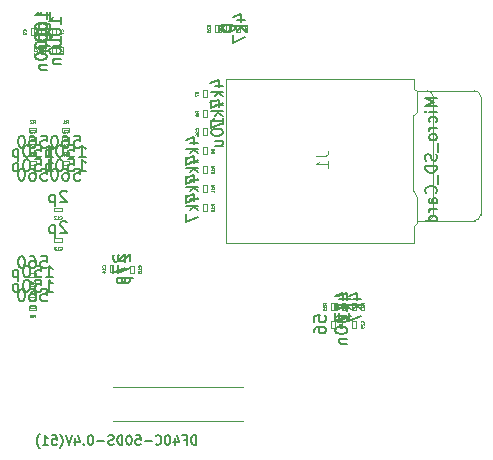
<source format=gbr>
%TF.GenerationSoftware,KiCad,Pcbnew,7.0.6*%
%TF.CreationDate,2023-09-15T14:04:59+02:00*%
%TF.ProjectId,V8,56382e6b-6963-4616-945f-706362585858,rev?*%
%TF.SameCoordinates,Original*%
%TF.FileFunction,AssemblyDrawing,Bot*%
%FSLAX46Y46*%
G04 Gerber Fmt 4.6, Leading zero omitted, Abs format (unit mm)*
G04 Created by KiCad (PCBNEW 7.0.6) date 2023-09-15 14:04:59*
%MOMM*%
%LPD*%
G01*
G04 APERTURE LIST*
%ADD10C,0.150000*%
%ADD11C,0.040000*%
%ADD12C,0.100000*%
G04 APERTURE END LIST*
D10*
X153804819Y-82052381D02*
X153804819Y-82147619D01*
X153804819Y-82147619D02*
X153852438Y-82242857D01*
X153852438Y-82242857D02*
X153900057Y-82290476D01*
X153900057Y-82290476D02*
X153995295Y-82338095D01*
X153995295Y-82338095D02*
X154185771Y-82385714D01*
X154185771Y-82385714D02*
X154423866Y-82385714D01*
X154423866Y-82385714D02*
X154614342Y-82338095D01*
X154614342Y-82338095D02*
X154709580Y-82290476D01*
X154709580Y-82290476D02*
X154757200Y-82242857D01*
X154757200Y-82242857D02*
X154804819Y-82147619D01*
X154804819Y-82147619D02*
X154804819Y-82052381D01*
X154804819Y-82052381D02*
X154757200Y-81957143D01*
X154757200Y-81957143D02*
X154709580Y-81909524D01*
X154709580Y-81909524D02*
X154614342Y-81861905D01*
X154614342Y-81861905D02*
X154423866Y-81814286D01*
X154423866Y-81814286D02*
X154185771Y-81814286D01*
X154185771Y-81814286D02*
X153995295Y-81861905D01*
X153995295Y-81861905D02*
X153900057Y-81909524D01*
X153900057Y-81909524D02*
X153852438Y-81957143D01*
X153852438Y-81957143D02*
X153804819Y-82052381D01*
D11*
X152733574Y-81939285D02*
X152614527Y-81855952D01*
X152733574Y-81796428D02*
X152483574Y-81796428D01*
X152483574Y-81796428D02*
X152483574Y-81891666D01*
X152483574Y-81891666D02*
X152495479Y-81915476D01*
X152495479Y-81915476D02*
X152507384Y-81927381D01*
X152507384Y-81927381D02*
X152531193Y-81939285D01*
X152531193Y-81939285D02*
X152566908Y-81939285D01*
X152566908Y-81939285D02*
X152590717Y-81927381D01*
X152590717Y-81927381D02*
X152602622Y-81915476D01*
X152602622Y-81915476D02*
X152614527Y-81891666D01*
X152614527Y-81891666D02*
X152614527Y-81796428D01*
X152507384Y-82034524D02*
X152495479Y-82046428D01*
X152495479Y-82046428D02*
X152483574Y-82070238D01*
X152483574Y-82070238D02*
X152483574Y-82129762D01*
X152483574Y-82129762D02*
X152495479Y-82153571D01*
X152495479Y-82153571D02*
X152507384Y-82165476D01*
X152507384Y-82165476D02*
X152531193Y-82177381D01*
X152531193Y-82177381D02*
X152555003Y-82177381D01*
X152555003Y-82177381D02*
X152590717Y-82165476D01*
X152590717Y-82165476D02*
X152733574Y-82022619D01*
X152733574Y-82022619D02*
X152733574Y-82177381D01*
X152483574Y-82391666D02*
X152483574Y-82344047D01*
X152483574Y-82344047D02*
X152495479Y-82320238D01*
X152495479Y-82320238D02*
X152507384Y-82308333D01*
X152507384Y-82308333D02*
X152543098Y-82284523D01*
X152543098Y-82284523D02*
X152590717Y-82272619D01*
X152590717Y-82272619D02*
X152685955Y-82272619D01*
X152685955Y-82272619D02*
X152709765Y-82284523D01*
X152709765Y-82284523D02*
X152721670Y-82296428D01*
X152721670Y-82296428D02*
X152733574Y-82320238D01*
X152733574Y-82320238D02*
X152733574Y-82367857D01*
X152733574Y-82367857D02*
X152721670Y-82391666D01*
X152721670Y-82391666D02*
X152709765Y-82403571D01*
X152709765Y-82403571D02*
X152685955Y-82415476D01*
X152685955Y-82415476D02*
X152626431Y-82415476D01*
X152626431Y-82415476D02*
X152602622Y-82403571D01*
X152602622Y-82403571D02*
X152590717Y-82391666D01*
X152590717Y-82391666D02*
X152578812Y-82367857D01*
X152578812Y-82367857D02*
X152578812Y-82320238D01*
X152578812Y-82320238D02*
X152590717Y-82296428D01*
X152590717Y-82296428D02*
X152602622Y-82284523D01*
X152602622Y-82284523D02*
X152626431Y-82272619D01*
D10*
X155038152Y-81409523D02*
X155704819Y-81409523D01*
X154657200Y-81171428D02*
X155371485Y-80933333D01*
X155371485Y-80933333D02*
X155371485Y-81552380D01*
X155704819Y-81933333D02*
X154704819Y-81933333D01*
X155323866Y-82028571D02*
X155704819Y-82314285D01*
X155038152Y-82314285D02*
X155419104Y-81933333D01*
X154704819Y-82647619D02*
X154704819Y-83314285D01*
X154704819Y-83314285D02*
X155704819Y-82885714D01*
D11*
X153633574Y-81939285D02*
X153514527Y-81855952D01*
X153633574Y-81796428D02*
X153383574Y-81796428D01*
X153383574Y-81796428D02*
X153383574Y-81891666D01*
X153383574Y-81891666D02*
X153395479Y-81915476D01*
X153395479Y-81915476D02*
X153407384Y-81927381D01*
X153407384Y-81927381D02*
X153431193Y-81939285D01*
X153431193Y-81939285D02*
X153466908Y-81939285D01*
X153466908Y-81939285D02*
X153490717Y-81927381D01*
X153490717Y-81927381D02*
X153502622Y-81915476D01*
X153502622Y-81915476D02*
X153514527Y-81891666D01*
X153514527Y-81891666D02*
X153514527Y-81796428D01*
X153633574Y-82177381D02*
X153633574Y-82034524D01*
X153633574Y-82105952D02*
X153383574Y-82105952D01*
X153383574Y-82105952D02*
X153419289Y-82082143D01*
X153419289Y-82082143D02*
X153443098Y-82058333D01*
X153443098Y-82058333D02*
X153455003Y-82034524D01*
X153490717Y-82320238D02*
X153478812Y-82296428D01*
X153478812Y-82296428D02*
X153466908Y-82284523D01*
X153466908Y-82284523D02*
X153443098Y-82272619D01*
X153443098Y-82272619D02*
X153431193Y-82272619D01*
X153431193Y-82272619D02*
X153407384Y-82284523D01*
X153407384Y-82284523D02*
X153395479Y-82296428D01*
X153395479Y-82296428D02*
X153383574Y-82320238D01*
X153383574Y-82320238D02*
X153383574Y-82367857D01*
X153383574Y-82367857D02*
X153395479Y-82391666D01*
X153395479Y-82391666D02*
X153407384Y-82403571D01*
X153407384Y-82403571D02*
X153431193Y-82415476D01*
X153431193Y-82415476D02*
X153443098Y-82415476D01*
X153443098Y-82415476D02*
X153466908Y-82403571D01*
X153466908Y-82403571D02*
X153478812Y-82391666D01*
X153478812Y-82391666D02*
X153490717Y-82367857D01*
X153490717Y-82367857D02*
X153490717Y-82320238D01*
X153490717Y-82320238D02*
X153502622Y-82296428D01*
X153502622Y-82296428D02*
X153514527Y-82284523D01*
X153514527Y-82284523D02*
X153538336Y-82272619D01*
X153538336Y-82272619D02*
X153585955Y-82272619D01*
X153585955Y-82272619D02*
X153609765Y-82284523D01*
X153609765Y-82284523D02*
X153621670Y-82296428D01*
X153621670Y-82296428D02*
X153633574Y-82320238D01*
X153633574Y-82320238D02*
X153633574Y-82367857D01*
X153633574Y-82367857D02*
X153621670Y-82391666D01*
X153621670Y-82391666D02*
X153609765Y-82403571D01*
X153609765Y-82403571D02*
X153585955Y-82415476D01*
X153585955Y-82415476D02*
X153538336Y-82415476D01*
X153538336Y-82415476D02*
X153514527Y-82403571D01*
X153514527Y-82403571D02*
X153502622Y-82391666D01*
X153502622Y-82391666D02*
X153490717Y-82367857D01*
D10*
X138414285Y-91204819D02*
X138890475Y-91204819D01*
X138890475Y-91204819D02*
X138938094Y-91681009D01*
X138938094Y-91681009D02*
X138890475Y-91633390D01*
X138890475Y-91633390D02*
X138795237Y-91585771D01*
X138795237Y-91585771D02*
X138557142Y-91585771D01*
X138557142Y-91585771D02*
X138461904Y-91633390D01*
X138461904Y-91633390D02*
X138414285Y-91681009D01*
X138414285Y-91681009D02*
X138366666Y-91776247D01*
X138366666Y-91776247D02*
X138366666Y-92014342D01*
X138366666Y-92014342D02*
X138414285Y-92109580D01*
X138414285Y-92109580D02*
X138461904Y-92157200D01*
X138461904Y-92157200D02*
X138557142Y-92204819D01*
X138557142Y-92204819D02*
X138795237Y-92204819D01*
X138795237Y-92204819D02*
X138890475Y-92157200D01*
X138890475Y-92157200D02*
X138938094Y-92109580D01*
X137509523Y-91204819D02*
X137699999Y-91204819D01*
X137699999Y-91204819D02*
X137795237Y-91252438D01*
X137795237Y-91252438D02*
X137842856Y-91300057D01*
X137842856Y-91300057D02*
X137938094Y-91442914D01*
X137938094Y-91442914D02*
X137985713Y-91633390D01*
X137985713Y-91633390D02*
X137985713Y-92014342D01*
X137985713Y-92014342D02*
X137938094Y-92109580D01*
X137938094Y-92109580D02*
X137890475Y-92157200D01*
X137890475Y-92157200D02*
X137795237Y-92204819D01*
X137795237Y-92204819D02*
X137604761Y-92204819D01*
X137604761Y-92204819D02*
X137509523Y-92157200D01*
X137509523Y-92157200D02*
X137461904Y-92109580D01*
X137461904Y-92109580D02*
X137414285Y-92014342D01*
X137414285Y-92014342D02*
X137414285Y-91776247D01*
X137414285Y-91776247D02*
X137461904Y-91681009D01*
X137461904Y-91681009D02*
X137509523Y-91633390D01*
X137509523Y-91633390D02*
X137604761Y-91585771D01*
X137604761Y-91585771D02*
X137795237Y-91585771D01*
X137795237Y-91585771D02*
X137890475Y-91633390D01*
X137890475Y-91633390D02*
X137938094Y-91681009D01*
X137938094Y-91681009D02*
X137985713Y-91776247D01*
X136795237Y-91204819D02*
X136699999Y-91204819D01*
X136699999Y-91204819D02*
X136604761Y-91252438D01*
X136604761Y-91252438D02*
X136557142Y-91300057D01*
X136557142Y-91300057D02*
X136509523Y-91395295D01*
X136509523Y-91395295D02*
X136461904Y-91585771D01*
X136461904Y-91585771D02*
X136461904Y-91823866D01*
X136461904Y-91823866D02*
X136509523Y-92014342D01*
X136509523Y-92014342D02*
X136557142Y-92109580D01*
X136557142Y-92109580D02*
X136604761Y-92157200D01*
X136604761Y-92157200D02*
X136699999Y-92204819D01*
X136699999Y-92204819D02*
X136795237Y-92204819D01*
X136795237Y-92204819D02*
X136890475Y-92157200D01*
X136890475Y-92157200D02*
X136938094Y-92109580D01*
X136938094Y-92109580D02*
X136985713Y-92014342D01*
X136985713Y-92014342D02*
X137033332Y-91823866D01*
X137033332Y-91823866D02*
X137033332Y-91585771D01*
X137033332Y-91585771D02*
X136985713Y-91395295D01*
X136985713Y-91395295D02*
X136938094Y-91300057D01*
X136938094Y-91300057D02*
X136890475Y-91252438D01*
X136890475Y-91252438D02*
X136795237Y-91204819D01*
D11*
X137741666Y-90133574D02*
X137824999Y-90014527D01*
X137884523Y-90133574D02*
X137884523Y-89883574D01*
X137884523Y-89883574D02*
X137789285Y-89883574D01*
X137789285Y-89883574D02*
X137765475Y-89895479D01*
X137765475Y-89895479D02*
X137753570Y-89907384D01*
X137753570Y-89907384D02*
X137741666Y-89931193D01*
X137741666Y-89931193D02*
X137741666Y-89966908D01*
X137741666Y-89966908D02*
X137753570Y-89990717D01*
X137753570Y-89990717D02*
X137765475Y-90002622D01*
X137765475Y-90002622D02*
X137789285Y-90014527D01*
X137789285Y-90014527D02*
X137884523Y-90014527D01*
X137646427Y-89907384D02*
X137634523Y-89895479D01*
X137634523Y-89895479D02*
X137610713Y-89883574D01*
X137610713Y-89883574D02*
X137551189Y-89883574D01*
X137551189Y-89883574D02*
X137527380Y-89895479D01*
X137527380Y-89895479D02*
X137515475Y-89907384D01*
X137515475Y-89907384D02*
X137503570Y-89931193D01*
X137503570Y-89931193D02*
X137503570Y-89955003D01*
X137503570Y-89955003D02*
X137515475Y-89990717D01*
X137515475Y-89990717D02*
X137658332Y-90133574D01*
X137658332Y-90133574D02*
X137503570Y-90133574D01*
D10*
X153804819Y-90237142D02*
X153804819Y-89665714D01*
X153804819Y-89951428D02*
X152804819Y-89951428D01*
X152804819Y-89951428D02*
X152947676Y-89856190D01*
X152947676Y-89856190D02*
X153042914Y-89760952D01*
X153042914Y-89760952D02*
X153090533Y-89665714D01*
X152804819Y-90856190D02*
X152804819Y-90951428D01*
X152804819Y-90951428D02*
X152852438Y-91046666D01*
X152852438Y-91046666D02*
X152900057Y-91094285D01*
X152900057Y-91094285D02*
X152995295Y-91141904D01*
X152995295Y-91141904D02*
X153185771Y-91189523D01*
X153185771Y-91189523D02*
X153423866Y-91189523D01*
X153423866Y-91189523D02*
X153614342Y-91141904D01*
X153614342Y-91141904D02*
X153709580Y-91094285D01*
X153709580Y-91094285D02*
X153757200Y-91046666D01*
X153757200Y-91046666D02*
X153804819Y-90951428D01*
X153804819Y-90951428D02*
X153804819Y-90856190D01*
X153804819Y-90856190D02*
X153757200Y-90760952D01*
X153757200Y-90760952D02*
X153709580Y-90713333D01*
X153709580Y-90713333D02*
X153614342Y-90665714D01*
X153614342Y-90665714D02*
X153423866Y-90618095D01*
X153423866Y-90618095D02*
X153185771Y-90618095D01*
X153185771Y-90618095D02*
X152995295Y-90665714D01*
X152995295Y-90665714D02*
X152900057Y-90713333D01*
X152900057Y-90713333D02*
X152852438Y-90760952D01*
X152852438Y-90760952D02*
X152804819Y-90856190D01*
X153138152Y-92046666D02*
X153804819Y-92046666D01*
X153138152Y-91618095D02*
X153661961Y-91618095D01*
X153661961Y-91618095D02*
X153757200Y-91665714D01*
X153757200Y-91665714D02*
X153804819Y-91760952D01*
X153804819Y-91760952D02*
X153804819Y-91903809D01*
X153804819Y-91903809D02*
X153757200Y-91999047D01*
X153757200Y-91999047D02*
X153709580Y-92046666D01*
D11*
X151709765Y-90719285D02*
X151721670Y-90707381D01*
X151721670Y-90707381D02*
X151733574Y-90671666D01*
X151733574Y-90671666D02*
X151733574Y-90647857D01*
X151733574Y-90647857D02*
X151721670Y-90612143D01*
X151721670Y-90612143D02*
X151697860Y-90588333D01*
X151697860Y-90588333D02*
X151674050Y-90576428D01*
X151674050Y-90576428D02*
X151626431Y-90564524D01*
X151626431Y-90564524D02*
X151590717Y-90564524D01*
X151590717Y-90564524D02*
X151543098Y-90576428D01*
X151543098Y-90576428D02*
X151519289Y-90588333D01*
X151519289Y-90588333D02*
X151495479Y-90612143D01*
X151495479Y-90612143D02*
X151483574Y-90647857D01*
X151483574Y-90647857D02*
X151483574Y-90671666D01*
X151483574Y-90671666D02*
X151495479Y-90707381D01*
X151495479Y-90707381D02*
X151507384Y-90719285D01*
X151507384Y-90814524D02*
X151495479Y-90826428D01*
X151495479Y-90826428D02*
X151483574Y-90850238D01*
X151483574Y-90850238D02*
X151483574Y-90909762D01*
X151483574Y-90909762D02*
X151495479Y-90933571D01*
X151495479Y-90933571D02*
X151507384Y-90945476D01*
X151507384Y-90945476D02*
X151531193Y-90957381D01*
X151531193Y-90957381D02*
X151555003Y-90957381D01*
X151555003Y-90957381D02*
X151590717Y-90945476D01*
X151590717Y-90945476D02*
X151733574Y-90802619D01*
X151733574Y-90802619D02*
X151733574Y-90957381D01*
X151483574Y-91171666D02*
X151483574Y-91124047D01*
X151483574Y-91124047D02*
X151495479Y-91100238D01*
X151495479Y-91100238D02*
X151507384Y-91088333D01*
X151507384Y-91088333D02*
X151543098Y-91064523D01*
X151543098Y-91064523D02*
X151590717Y-91052619D01*
X151590717Y-91052619D02*
X151685955Y-91052619D01*
X151685955Y-91052619D02*
X151709765Y-91064523D01*
X151709765Y-91064523D02*
X151721670Y-91076428D01*
X151721670Y-91076428D02*
X151733574Y-91100238D01*
X151733574Y-91100238D02*
X151733574Y-91147857D01*
X151733574Y-91147857D02*
X151721670Y-91171666D01*
X151721670Y-91171666D02*
X151709765Y-91183571D01*
X151709765Y-91183571D02*
X151685955Y-91195476D01*
X151685955Y-91195476D02*
X151626431Y-91195476D01*
X151626431Y-91195476D02*
X151602622Y-91183571D01*
X151602622Y-91183571D02*
X151590717Y-91171666D01*
X151590717Y-91171666D02*
X151578812Y-91147857D01*
X151578812Y-91147857D02*
X151578812Y-91100238D01*
X151578812Y-91100238D02*
X151590717Y-91076428D01*
X151590717Y-91076428D02*
X151602622Y-91064523D01*
X151602622Y-91064523D02*
X151626431Y-91052619D01*
D10*
X141214285Y-91204819D02*
X141690475Y-91204819D01*
X141690475Y-91204819D02*
X141738094Y-91681009D01*
X141738094Y-91681009D02*
X141690475Y-91633390D01*
X141690475Y-91633390D02*
X141595237Y-91585771D01*
X141595237Y-91585771D02*
X141357142Y-91585771D01*
X141357142Y-91585771D02*
X141261904Y-91633390D01*
X141261904Y-91633390D02*
X141214285Y-91681009D01*
X141214285Y-91681009D02*
X141166666Y-91776247D01*
X141166666Y-91776247D02*
X141166666Y-92014342D01*
X141166666Y-92014342D02*
X141214285Y-92109580D01*
X141214285Y-92109580D02*
X141261904Y-92157200D01*
X141261904Y-92157200D02*
X141357142Y-92204819D01*
X141357142Y-92204819D02*
X141595237Y-92204819D01*
X141595237Y-92204819D02*
X141690475Y-92157200D01*
X141690475Y-92157200D02*
X141738094Y-92109580D01*
X140309523Y-91204819D02*
X140499999Y-91204819D01*
X140499999Y-91204819D02*
X140595237Y-91252438D01*
X140595237Y-91252438D02*
X140642856Y-91300057D01*
X140642856Y-91300057D02*
X140738094Y-91442914D01*
X140738094Y-91442914D02*
X140785713Y-91633390D01*
X140785713Y-91633390D02*
X140785713Y-92014342D01*
X140785713Y-92014342D02*
X140738094Y-92109580D01*
X140738094Y-92109580D02*
X140690475Y-92157200D01*
X140690475Y-92157200D02*
X140595237Y-92204819D01*
X140595237Y-92204819D02*
X140404761Y-92204819D01*
X140404761Y-92204819D02*
X140309523Y-92157200D01*
X140309523Y-92157200D02*
X140261904Y-92109580D01*
X140261904Y-92109580D02*
X140214285Y-92014342D01*
X140214285Y-92014342D02*
X140214285Y-91776247D01*
X140214285Y-91776247D02*
X140261904Y-91681009D01*
X140261904Y-91681009D02*
X140309523Y-91633390D01*
X140309523Y-91633390D02*
X140404761Y-91585771D01*
X140404761Y-91585771D02*
X140595237Y-91585771D01*
X140595237Y-91585771D02*
X140690475Y-91633390D01*
X140690475Y-91633390D02*
X140738094Y-91681009D01*
X140738094Y-91681009D02*
X140785713Y-91776247D01*
X139595237Y-91204819D02*
X139499999Y-91204819D01*
X139499999Y-91204819D02*
X139404761Y-91252438D01*
X139404761Y-91252438D02*
X139357142Y-91300057D01*
X139357142Y-91300057D02*
X139309523Y-91395295D01*
X139309523Y-91395295D02*
X139261904Y-91585771D01*
X139261904Y-91585771D02*
X139261904Y-91823866D01*
X139261904Y-91823866D02*
X139309523Y-92014342D01*
X139309523Y-92014342D02*
X139357142Y-92109580D01*
X139357142Y-92109580D02*
X139404761Y-92157200D01*
X139404761Y-92157200D02*
X139499999Y-92204819D01*
X139499999Y-92204819D02*
X139595237Y-92204819D01*
X139595237Y-92204819D02*
X139690475Y-92157200D01*
X139690475Y-92157200D02*
X139738094Y-92109580D01*
X139738094Y-92109580D02*
X139785713Y-92014342D01*
X139785713Y-92014342D02*
X139833332Y-91823866D01*
X139833332Y-91823866D02*
X139833332Y-91585771D01*
X139833332Y-91585771D02*
X139785713Y-91395295D01*
X139785713Y-91395295D02*
X139738094Y-91300057D01*
X139738094Y-91300057D02*
X139690475Y-91252438D01*
X139690475Y-91252438D02*
X139595237Y-91204819D01*
D11*
X140541666Y-90133574D02*
X140624999Y-90014527D01*
X140684523Y-90133574D02*
X140684523Y-89883574D01*
X140684523Y-89883574D02*
X140589285Y-89883574D01*
X140589285Y-89883574D02*
X140565475Y-89895479D01*
X140565475Y-89895479D02*
X140553570Y-89907384D01*
X140553570Y-89907384D02*
X140541666Y-89931193D01*
X140541666Y-89931193D02*
X140541666Y-89966908D01*
X140541666Y-89966908D02*
X140553570Y-89990717D01*
X140553570Y-89990717D02*
X140565475Y-90002622D01*
X140565475Y-90002622D02*
X140589285Y-90014527D01*
X140589285Y-90014527D02*
X140684523Y-90014527D01*
X140303570Y-90133574D02*
X140446427Y-90133574D01*
X140374999Y-90133574D02*
X140374999Y-89883574D01*
X140374999Y-89883574D02*
X140398808Y-89919289D01*
X140398808Y-89919289D02*
X140422618Y-89943098D01*
X140422618Y-89943098D02*
X140446427Y-89955003D01*
D10*
X138819047Y-104404819D02*
X139390475Y-104404819D01*
X139104761Y-104404819D02*
X139104761Y-103404819D01*
X139104761Y-103404819D02*
X139199999Y-103547676D01*
X139199999Y-103547676D02*
X139295237Y-103642914D01*
X139295237Y-103642914D02*
X139390475Y-103690533D01*
X137914285Y-103404819D02*
X138390475Y-103404819D01*
X138390475Y-103404819D02*
X138438094Y-103881009D01*
X138438094Y-103881009D02*
X138390475Y-103833390D01*
X138390475Y-103833390D02*
X138295237Y-103785771D01*
X138295237Y-103785771D02*
X138057142Y-103785771D01*
X138057142Y-103785771D02*
X137961904Y-103833390D01*
X137961904Y-103833390D02*
X137914285Y-103881009D01*
X137914285Y-103881009D02*
X137866666Y-103976247D01*
X137866666Y-103976247D02*
X137866666Y-104214342D01*
X137866666Y-104214342D02*
X137914285Y-104309580D01*
X137914285Y-104309580D02*
X137961904Y-104357200D01*
X137961904Y-104357200D02*
X138057142Y-104404819D01*
X138057142Y-104404819D02*
X138295237Y-104404819D01*
X138295237Y-104404819D02*
X138390475Y-104357200D01*
X138390475Y-104357200D02*
X138438094Y-104309580D01*
X137247618Y-103404819D02*
X137152380Y-103404819D01*
X137152380Y-103404819D02*
X137057142Y-103452438D01*
X137057142Y-103452438D02*
X137009523Y-103500057D01*
X137009523Y-103500057D02*
X136961904Y-103595295D01*
X136961904Y-103595295D02*
X136914285Y-103785771D01*
X136914285Y-103785771D02*
X136914285Y-104023866D01*
X136914285Y-104023866D02*
X136961904Y-104214342D01*
X136961904Y-104214342D02*
X137009523Y-104309580D01*
X137009523Y-104309580D02*
X137057142Y-104357200D01*
X137057142Y-104357200D02*
X137152380Y-104404819D01*
X137152380Y-104404819D02*
X137247618Y-104404819D01*
X137247618Y-104404819D02*
X137342856Y-104357200D01*
X137342856Y-104357200D02*
X137390475Y-104309580D01*
X137390475Y-104309580D02*
X137438094Y-104214342D01*
X137438094Y-104214342D02*
X137485713Y-104023866D01*
X137485713Y-104023866D02*
X137485713Y-103785771D01*
X137485713Y-103785771D02*
X137438094Y-103595295D01*
X137438094Y-103595295D02*
X137390475Y-103500057D01*
X137390475Y-103500057D02*
X137342856Y-103452438D01*
X137342856Y-103452438D02*
X137247618Y-103404819D01*
X136485713Y-103738152D02*
X136485713Y-104738152D01*
X136485713Y-103785771D02*
X136390475Y-103738152D01*
X136390475Y-103738152D02*
X136199999Y-103738152D01*
X136199999Y-103738152D02*
X136104761Y-103785771D01*
X136104761Y-103785771D02*
X136057142Y-103833390D01*
X136057142Y-103833390D02*
X136009523Y-103928628D01*
X136009523Y-103928628D02*
X136009523Y-104214342D01*
X136009523Y-104214342D02*
X136057142Y-104309580D01*
X136057142Y-104309580D02*
X136104761Y-104357200D01*
X136104761Y-104357200D02*
X136199999Y-104404819D01*
X136199999Y-104404819D02*
X136390475Y-104404819D01*
X136390475Y-104404819D02*
X136485713Y-104357200D01*
D11*
X137741666Y-105769765D02*
X137753570Y-105781670D01*
X137753570Y-105781670D02*
X137789285Y-105793574D01*
X137789285Y-105793574D02*
X137813094Y-105793574D01*
X137813094Y-105793574D02*
X137848808Y-105781670D01*
X137848808Y-105781670D02*
X137872618Y-105757860D01*
X137872618Y-105757860D02*
X137884523Y-105734050D01*
X137884523Y-105734050D02*
X137896427Y-105686431D01*
X137896427Y-105686431D02*
X137896427Y-105650717D01*
X137896427Y-105650717D02*
X137884523Y-105603098D01*
X137884523Y-105603098D02*
X137872618Y-105579289D01*
X137872618Y-105579289D02*
X137848808Y-105555479D01*
X137848808Y-105555479D02*
X137813094Y-105543574D01*
X137813094Y-105543574D02*
X137789285Y-105543574D01*
X137789285Y-105543574D02*
X137753570Y-105555479D01*
X137753570Y-105555479D02*
X137741666Y-105567384D01*
X137515475Y-105543574D02*
X137634523Y-105543574D01*
X137634523Y-105543574D02*
X137646427Y-105662622D01*
X137646427Y-105662622D02*
X137634523Y-105650717D01*
X137634523Y-105650717D02*
X137610713Y-105638812D01*
X137610713Y-105638812D02*
X137551189Y-105638812D01*
X137551189Y-105638812D02*
X137527380Y-105650717D01*
X137527380Y-105650717D02*
X137515475Y-105662622D01*
X137515475Y-105662622D02*
X137503570Y-105686431D01*
X137503570Y-105686431D02*
X137503570Y-105745955D01*
X137503570Y-105745955D02*
X137515475Y-105769765D01*
X137515475Y-105769765D02*
X137527380Y-105781670D01*
X137527380Y-105781670D02*
X137551189Y-105793574D01*
X137551189Y-105793574D02*
X137610713Y-105793574D01*
X137610713Y-105793574D02*
X137634523Y-105781670D01*
X137634523Y-105781670D02*
X137646427Y-105769765D01*
D10*
X144600057Y-101285714D02*
X144552438Y-101333333D01*
X144552438Y-101333333D02*
X144504819Y-101428571D01*
X144504819Y-101428571D02*
X144504819Y-101666666D01*
X144504819Y-101666666D02*
X144552438Y-101761904D01*
X144552438Y-101761904D02*
X144600057Y-101809523D01*
X144600057Y-101809523D02*
X144695295Y-101857142D01*
X144695295Y-101857142D02*
X144790533Y-101857142D01*
X144790533Y-101857142D02*
X144933390Y-101809523D01*
X144933390Y-101809523D02*
X145504819Y-101238095D01*
X145504819Y-101238095D02*
X145504819Y-101857142D01*
X144504819Y-102190476D02*
X144504819Y-102857142D01*
X144504819Y-102857142D02*
X145504819Y-102428571D01*
X144838152Y-103238095D02*
X145838152Y-103238095D01*
X144885771Y-103238095D02*
X144838152Y-103333333D01*
X144838152Y-103333333D02*
X144838152Y-103523809D01*
X144838152Y-103523809D02*
X144885771Y-103619047D01*
X144885771Y-103619047D02*
X144933390Y-103666666D01*
X144933390Y-103666666D02*
X145028628Y-103714285D01*
X145028628Y-103714285D02*
X145314342Y-103714285D01*
X145314342Y-103714285D02*
X145409580Y-103666666D01*
X145409580Y-103666666D02*
X145457200Y-103619047D01*
X145457200Y-103619047D02*
X145504819Y-103523809D01*
X145504819Y-103523809D02*
X145504819Y-103333333D01*
X145504819Y-103333333D02*
X145457200Y-103238095D01*
D11*
X146869765Y-102339285D02*
X146881670Y-102327381D01*
X146881670Y-102327381D02*
X146893574Y-102291666D01*
X146893574Y-102291666D02*
X146893574Y-102267857D01*
X146893574Y-102267857D02*
X146881670Y-102232143D01*
X146881670Y-102232143D02*
X146857860Y-102208333D01*
X146857860Y-102208333D02*
X146834050Y-102196428D01*
X146834050Y-102196428D02*
X146786431Y-102184524D01*
X146786431Y-102184524D02*
X146750717Y-102184524D01*
X146750717Y-102184524D02*
X146703098Y-102196428D01*
X146703098Y-102196428D02*
X146679289Y-102208333D01*
X146679289Y-102208333D02*
X146655479Y-102232143D01*
X146655479Y-102232143D02*
X146643574Y-102267857D01*
X146643574Y-102267857D02*
X146643574Y-102291666D01*
X146643574Y-102291666D02*
X146655479Y-102327381D01*
X146655479Y-102327381D02*
X146667384Y-102339285D01*
X146893574Y-102577381D02*
X146893574Y-102434524D01*
X146893574Y-102505952D02*
X146643574Y-102505952D01*
X146643574Y-102505952D02*
X146679289Y-102482143D01*
X146679289Y-102482143D02*
X146703098Y-102458333D01*
X146703098Y-102458333D02*
X146715003Y-102434524D01*
X146643574Y-102803571D02*
X146643574Y-102684523D01*
X146643574Y-102684523D02*
X146762622Y-102672619D01*
X146762622Y-102672619D02*
X146750717Y-102684523D01*
X146750717Y-102684523D02*
X146738812Y-102708333D01*
X146738812Y-102708333D02*
X146738812Y-102767857D01*
X146738812Y-102767857D02*
X146750717Y-102791666D01*
X146750717Y-102791666D02*
X146762622Y-102803571D01*
X146762622Y-102803571D02*
X146786431Y-102815476D01*
X146786431Y-102815476D02*
X146845955Y-102815476D01*
X146845955Y-102815476D02*
X146869765Y-102803571D01*
X146869765Y-102803571D02*
X146881670Y-102791666D01*
X146881670Y-102791666D02*
X146893574Y-102767857D01*
X146893574Y-102767857D02*
X146893574Y-102708333D01*
X146893574Y-102708333D02*
X146881670Y-102684523D01*
X146881670Y-102684523D02*
X146869765Y-102672619D01*
D10*
X151038152Y-94989523D02*
X151704819Y-94989523D01*
X150657200Y-94751428D02*
X151371485Y-94513333D01*
X151371485Y-94513333D02*
X151371485Y-95132380D01*
X151704819Y-95513333D02*
X150704819Y-95513333D01*
X151323866Y-95608571D02*
X151704819Y-95894285D01*
X151038152Y-95894285D02*
X151419104Y-95513333D01*
X150704819Y-96227619D02*
X150704819Y-96894285D01*
X150704819Y-96894285D02*
X151704819Y-96465714D01*
D11*
X153093574Y-95519285D02*
X152974527Y-95435952D01*
X153093574Y-95376428D02*
X152843574Y-95376428D01*
X152843574Y-95376428D02*
X152843574Y-95471666D01*
X152843574Y-95471666D02*
X152855479Y-95495476D01*
X152855479Y-95495476D02*
X152867384Y-95507381D01*
X152867384Y-95507381D02*
X152891193Y-95519285D01*
X152891193Y-95519285D02*
X152926908Y-95519285D01*
X152926908Y-95519285D02*
X152950717Y-95507381D01*
X152950717Y-95507381D02*
X152962622Y-95495476D01*
X152962622Y-95495476D02*
X152974527Y-95471666D01*
X152974527Y-95471666D02*
X152974527Y-95376428D01*
X153093574Y-95757381D02*
X153093574Y-95614524D01*
X153093574Y-95685952D02*
X152843574Y-95685952D01*
X152843574Y-95685952D02*
X152879289Y-95662143D01*
X152879289Y-95662143D02*
X152903098Y-95638333D01*
X152903098Y-95638333D02*
X152915003Y-95614524D01*
X153093574Y-95995476D02*
X153093574Y-95852619D01*
X153093574Y-95924047D02*
X152843574Y-95924047D01*
X152843574Y-95924047D02*
X152879289Y-95900238D01*
X152879289Y-95900238D02*
X152903098Y-95876428D01*
X152903098Y-95876428D02*
X152915003Y-95852619D01*
D10*
X138414285Y-101404819D02*
X138890475Y-101404819D01*
X138890475Y-101404819D02*
X138938094Y-101881009D01*
X138938094Y-101881009D02*
X138890475Y-101833390D01*
X138890475Y-101833390D02*
X138795237Y-101785771D01*
X138795237Y-101785771D02*
X138557142Y-101785771D01*
X138557142Y-101785771D02*
X138461904Y-101833390D01*
X138461904Y-101833390D02*
X138414285Y-101881009D01*
X138414285Y-101881009D02*
X138366666Y-101976247D01*
X138366666Y-101976247D02*
X138366666Y-102214342D01*
X138366666Y-102214342D02*
X138414285Y-102309580D01*
X138414285Y-102309580D02*
X138461904Y-102357200D01*
X138461904Y-102357200D02*
X138557142Y-102404819D01*
X138557142Y-102404819D02*
X138795237Y-102404819D01*
X138795237Y-102404819D02*
X138890475Y-102357200D01*
X138890475Y-102357200D02*
X138938094Y-102309580D01*
X137509523Y-101404819D02*
X137699999Y-101404819D01*
X137699999Y-101404819D02*
X137795237Y-101452438D01*
X137795237Y-101452438D02*
X137842856Y-101500057D01*
X137842856Y-101500057D02*
X137938094Y-101642914D01*
X137938094Y-101642914D02*
X137985713Y-101833390D01*
X137985713Y-101833390D02*
X137985713Y-102214342D01*
X137985713Y-102214342D02*
X137938094Y-102309580D01*
X137938094Y-102309580D02*
X137890475Y-102357200D01*
X137890475Y-102357200D02*
X137795237Y-102404819D01*
X137795237Y-102404819D02*
X137604761Y-102404819D01*
X137604761Y-102404819D02*
X137509523Y-102357200D01*
X137509523Y-102357200D02*
X137461904Y-102309580D01*
X137461904Y-102309580D02*
X137414285Y-102214342D01*
X137414285Y-102214342D02*
X137414285Y-101976247D01*
X137414285Y-101976247D02*
X137461904Y-101881009D01*
X137461904Y-101881009D02*
X137509523Y-101833390D01*
X137509523Y-101833390D02*
X137604761Y-101785771D01*
X137604761Y-101785771D02*
X137795237Y-101785771D01*
X137795237Y-101785771D02*
X137890475Y-101833390D01*
X137890475Y-101833390D02*
X137938094Y-101881009D01*
X137938094Y-101881009D02*
X137985713Y-101976247D01*
X136795237Y-101404819D02*
X136699999Y-101404819D01*
X136699999Y-101404819D02*
X136604761Y-101452438D01*
X136604761Y-101452438D02*
X136557142Y-101500057D01*
X136557142Y-101500057D02*
X136509523Y-101595295D01*
X136509523Y-101595295D02*
X136461904Y-101785771D01*
X136461904Y-101785771D02*
X136461904Y-102023866D01*
X136461904Y-102023866D02*
X136509523Y-102214342D01*
X136509523Y-102214342D02*
X136557142Y-102309580D01*
X136557142Y-102309580D02*
X136604761Y-102357200D01*
X136604761Y-102357200D02*
X136699999Y-102404819D01*
X136699999Y-102404819D02*
X136795237Y-102404819D01*
X136795237Y-102404819D02*
X136890475Y-102357200D01*
X136890475Y-102357200D02*
X136938094Y-102309580D01*
X136938094Y-102309580D02*
X136985713Y-102214342D01*
X136985713Y-102214342D02*
X137033332Y-102023866D01*
X137033332Y-102023866D02*
X137033332Y-101785771D01*
X137033332Y-101785771D02*
X136985713Y-101595295D01*
X136985713Y-101595295D02*
X136938094Y-101500057D01*
X136938094Y-101500057D02*
X136890475Y-101452438D01*
X136890475Y-101452438D02*
X136795237Y-101404819D01*
D11*
X137741666Y-103793574D02*
X137824999Y-103674527D01*
X137884523Y-103793574D02*
X137884523Y-103543574D01*
X137884523Y-103543574D02*
X137789285Y-103543574D01*
X137789285Y-103543574D02*
X137765475Y-103555479D01*
X137765475Y-103555479D02*
X137753570Y-103567384D01*
X137753570Y-103567384D02*
X137741666Y-103591193D01*
X137741666Y-103591193D02*
X137741666Y-103626908D01*
X137741666Y-103626908D02*
X137753570Y-103650717D01*
X137753570Y-103650717D02*
X137765475Y-103662622D01*
X137765475Y-103662622D02*
X137789285Y-103674527D01*
X137789285Y-103674527D02*
X137884523Y-103674527D01*
X137527380Y-103543574D02*
X137574999Y-103543574D01*
X137574999Y-103543574D02*
X137598808Y-103555479D01*
X137598808Y-103555479D02*
X137610713Y-103567384D01*
X137610713Y-103567384D02*
X137634523Y-103603098D01*
X137634523Y-103603098D02*
X137646427Y-103650717D01*
X137646427Y-103650717D02*
X137646427Y-103745955D01*
X137646427Y-103745955D02*
X137634523Y-103769765D01*
X137634523Y-103769765D02*
X137622618Y-103781670D01*
X137622618Y-103781670D02*
X137598808Y-103793574D01*
X137598808Y-103793574D02*
X137551189Y-103793574D01*
X137551189Y-103793574D02*
X137527380Y-103781670D01*
X137527380Y-103781670D02*
X137515475Y-103769765D01*
X137515475Y-103769765D02*
X137503570Y-103745955D01*
X137503570Y-103745955D02*
X137503570Y-103686431D01*
X137503570Y-103686431D02*
X137515475Y-103662622D01*
X137515475Y-103662622D02*
X137527380Y-103650717D01*
X137527380Y-103650717D02*
X137551189Y-103638812D01*
X137551189Y-103638812D02*
X137598808Y-103638812D01*
X137598808Y-103638812D02*
X137622618Y-103650717D01*
X137622618Y-103650717D02*
X137634523Y-103662622D01*
X137634523Y-103662622D02*
X137646427Y-103686431D01*
D10*
X140104819Y-81757142D02*
X140104819Y-81185714D01*
X140104819Y-81471428D02*
X139104819Y-81471428D01*
X139104819Y-81471428D02*
X139247676Y-81376190D01*
X139247676Y-81376190D02*
X139342914Y-81280952D01*
X139342914Y-81280952D02*
X139390533Y-81185714D01*
X139104819Y-82376190D02*
X139104819Y-82471428D01*
X139104819Y-82471428D02*
X139152438Y-82566666D01*
X139152438Y-82566666D02*
X139200057Y-82614285D01*
X139200057Y-82614285D02*
X139295295Y-82661904D01*
X139295295Y-82661904D02*
X139485771Y-82709523D01*
X139485771Y-82709523D02*
X139723866Y-82709523D01*
X139723866Y-82709523D02*
X139914342Y-82661904D01*
X139914342Y-82661904D02*
X140009580Y-82614285D01*
X140009580Y-82614285D02*
X140057200Y-82566666D01*
X140057200Y-82566666D02*
X140104819Y-82471428D01*
X140104819Y-82471428D02*
X140104819Y-82376190D01*
X140104819Y-82376190D02*
X140057200Y-82280952D01*
X140057200Y-82280952D02*
X140009580Y-82233333D01*
X140009580Y-82233333D02*
X139914342Y-82185714D01*
X139914342Y-82185714D02*
X139723866Y-82138095D01*
X139723866Y-82138095D02*
X139485771Y-82138095D01*
X139485771Y-82138095D02*
X139295295Y-82185714D01*
X139295295Y-82185714D02*
X139200057Y-82233333D01*
X139200057Y-82233333D02*
X139152438Y-82280952D01*
X139152438Y-82280952D02*
X139104819Y-82376190D01*
X139438152Y-83566666D02*
X140104819Y-83566666D01*
X139438152Y-83138095D02*
X139961961Y-83138095D01*
X139961961Y-83138095D02*
X140057200Y-83185714D01*
X140057200Y-83185714D02*
X140104819Y-83280952D01*
X140104819Y-83280952D02*
X140104819Y-83423809D01*
X140104819Y-83423809D02*
X140057200Y-83519047D01*
X140057200Y-83519047D02*
X140009580Y-83566666D01*
D11*
X138009765Y-82358333D02*
X138021670Y-82346429D01*
X138021670Y-82346429D02*
X138033574Y-82310714D01*
X138033574Y-82310714D02*
X138033574Y-82286905D01*
X138033574Y-82286905D02*
X138021670Y-82251191D01*
X138021670Y-82251191D02*
X137997860Y-82227381D01*
X137997860Y-82227381D02*
X137974050Y-82215476D01*
X137974050Y-82215476D02*
X137926431Y-82203572D01*
X137926431Y-82203572D02*
X137890717Y-82203572D01*
X137890717Y-82203572D02*
X137843098Y-82215476D01*
X137843098Y-82215476D02*
X137819289Y-82227381D01*
X137819289Y-82227381D02*
X137795479Y-82251191D01*
X137795479Y-82251191D02*
X137783574Y-82286905D01*
X137783574Y-82286905D02*
X137783574Y-82310714D01*
X137783574Y-82310714D02*
X137795479Y-82346429D01*
X137795479Y-82346429D02*
X137807384Y-82358333D01*
X137890717Y-82501191D02*
X137878812Y-82477381D01*
X137878812Y-82477381D02*
X137866908Y-82465476D01*
X137866908Y-82465476D02*
X137843098Y-82453572D01*
X137843098Y-82453572D02*
X137831193Y-82453572D01*
X137831193Y-82453572D02*
X137807384Y-82465476D01*
X137807384Y-82465476D02*
X137795479Y-82477381D01*
X137795479Y-82477381D02*
X137783574Y-82501191D01*
X137783574Y-82501191D02*
X137783574Y-82548810D01*
X137783574Y-82548810D02*
X137795479Y-82572619D01*
X137795479Y-82572619D02*
X137807384Y-82584524D01*
X137807384Y-82584524D02*
X137831193Y-82596429D01*
X137831193Y-82596429D02*
X137843098Y-82596429D01*
X137843098Y-82596429D02*
X137866908Y-82584524D01*
X137866908Y-82584524D02*
X137878812Y-82572619D01*
X137878812Y-82572619D02*
X137890717Y-82548810D01*
X137890717Y-82548810D02*
X137890717Y-82501191D01*
X137890717Y-82501191D02*
X137902622Y-82477381D01*
X137902622Y-82477381D02*
X137914527Y-82465476D01*
X137914527Y-82465476D02*
X137938336Y-82453572D01*
X137938336Y-82453572D02*
X137985955Y-82453572D01*
X137985955Y-82453572D02*
X138009765Y-82465476D01*
X138009765Y-82465476D02*
X138021670Y-82477381D01*
X138021670Y-82477381D02*
X138033574Y-82501191D01*
X138033574Y-82501191D02*
X138033574Y-82548810D01*
X138033574Y-82548810D02*
X138021670Y-82572619D01*
X138021670Y-82572619D02*
X138009765Y-82584524D01*
X138009765Y-82584524D02*
X137985955Y-82596429D01*
X137985955Y-82596429D02*
X137938336Y-82596429D01*
X137938336Y-82596429D02*
X137914527Y-82584524D01*
X137914527Y-82584524D02*
X137902622Y-82572619D01*
X137902622Y-82572619D02*
X137890717Y-82548810D01*
D10*
X138414285Y-94004819D02*
X138890475Y-94004819D01*
X138890475Y-94004819D02*
X138938094Y-94481009D01*
X138938094Y-94481009D02*
X138890475Y-94433390D01*
X138890475Y-94433390D02*
X138795237Y-94385771D01*
X138795237Y-94385771D02*
X138557142Y-94385771D01*
X138557142Y-94385771D02*
X138461904Y-94433390D01*
X138461904Y-94433390D02*
X138414285Y-94481009D01*
X138414285Y-94481009D02*
X138366666Y-94576247D01*
X138366666Y-94576247D02*
X138366666Y-94814342D01*
X138366666Y-94814342D02*
X138414285Y-94909580D01*
X138414285Y-94909580D02*
X138461904Y-94957200D01*
X138461904Y-94957200D02*
X138557142Y-95004819D01*
X138557142Y-95004819D02*
X138795237Y-95004819D01*
X138795237Y-95004819D02*
X138890475Y-94957200D01*
X138890475Y-94957200D02*
X138938094Y-94909580D01*
X137509523Y-94004819D02*
X137699999Y-94004819D01*
X137699999Y-94004819D02*
X137795237Y-94052438D01*
X137795237Y-94052438D02*
X137842856Y-94100057D01*
X137842856Y-94100057D02*
X137938094Y-94242914D01*
X137938094Y-94242914D02*
X137985713Y-94433390D01*
X137985713Y-94433390D02*
X137985713Y-94814342D01*
X137985713Y-94814342D02*
X137938094Y-94909580D01*
X137938094Y-94909580D02*
X137890475Y-94957200D01*
X137890475Y-94957200D02*
X137795237Y-95004819D01*
X137795237Y-95004819D02*
X137604761Y-95004819D01*
X137604761Y-95004819D02*
X137509523Y-94957200D01*
X137509523Y-94957200D02*
X137461904Y-94909580D01*
X137461904Y-94909580D02*
X137414285Y-94814342D01*
X137414285Y-94814342D02*
X137414285Y-94576247D01*
X137414285Y-94576247D02*
X137461904Y-94481009D01*
X137461904Y-94481009D02*
X137509523Y-94433390D01*
X137509523Y-94433390D02*
X137604761Y-94385771D01*
X137604761Y-94385771D02*
X137795237Y-94385771D01*
X137795237Y-94385771D02*
X137890475Y-94433390D01*
X137890475Y-94433390D02*
X137938094Y-94481009D01*
X137938094Y-94481009D02*
X137985713Y-94576247D01*
X136795237Y-94004819D02*
X136699999Y-94004819D01*
X136699999Y-94004819D02*
X136604761Y-94052438D01*
X136604761Y-94052438D02*
X136557142Y-94100057D01*
X136557142Y-94100057D02*
X136509523Y-94195295D01*
X136509523Y-94195295D02*
X136461904Y-94385771D01*
X136461904Y-94385771D02*
X136461904Y-94623866D01*
X136461904Y-94623866D02*
X136509523Y-94814342D01*
X136509523Y-94814342D02*
X136557142Y-94909580D01*
X136557142Y-94909580D02*
X136604761Y-94957200D01*
X136604761Y-94957200D02*
X136699999Y-95004819D01*
X136699999Y-95004819D02*
X136795237Y-95004819D01*
X136795237Y-95004819D02*
X136890475Y-94957200D01*
X136890475Y-94957200D02*
X136938094Y-94909580D01*
X136938094Y-94909580D02*
X136985713Y-94814342D01*
X136985713Y-94814342D02*
X137033332Y-94623866D01*
X137033332Y-94623866D02*
X137033332Y-94385771D01*
X137033332Y-94385771D02*
X136985713Y-94195295D01*
X136985713Y-94195295D02*
X136938094Y-94100057D01*
X136938094Y-94100057D02*
X136890475Y-94052438D01*
X136890475Y-94052438D02*
X136795237Y-94004819D01*
D11*
X137741666Y-92933574D02*
X137824999Y-92814527D01*
X137884523Y-92933574D02*
X137884523Y-92683574D01*
X137884523Y-92683574D02*
X137789285Y-92683574D01*
X137789285Y-92683574D02*
X137765475Y-92695479D01*
X137765475Y-92695479D02*
X137753570Y-92707384D01*
X137753570Y-92707384D02*
X137741666Y-92731193D01*
X137741666Y-92731193D02*
X137741666Y-92766908D01*
X137741666Y-92766908D02*
X137753570Y-92790717D01*
X137753570Y-92790717D02*
X137765475Y-92802622D01*
X137765475Y-92802622D02*
X137789285Y-92814527D01*
X137789285Y-92814527D02*
X137884523Y-92814527D01*
X137658332Y-92683574D02*
X137503570Y-92683574D01*
X137503570Y-92683574D02*
X137586904Y-92778812D01*
X137586904Y-92778812D02*
X137551189Y-92778812D01*
X137551189Y-92778812D02*
X137527380Y-92790717D01*
X137527380Y-92790717D02*
X137515475Y-92802622D01*
X137515475Y-92802622D02*
X137503570Y-92826431D01*
X137503570Y-92826431D02*
X137503570Y-92885955D01*
X137503570Y-92885955D02*
X137515475Y-92909765D01*
X137515475Y-92909765D02*
X137527380Y-92921670D01*
X137527380Y-92921670D02*
X137551189Y-92933574D01*
X137551189Y-92933574D02*
X137622618Y-92933574D01*
X137622618Y-92933574D02*
X137646427Y-92921670D01*
X137646427Y-92921670D02*
X137658332Y-92909765D01*
D10*
X138819047Y-94204819D02*
X139390475Y-94204819D01*
X139104761Y-94204819D02*
X139104761Y-93204819D01*
X139104761Y-93204819D02*
X139199999Y-93347676D01*
X139199999Y-93347676D02*
X139295237Y-93442914D01*
X139295237Y-93442914D02*
X139390475Y-93490533D01*
X137914285Y-93204819D02*
X138390475Y-93204819D01*
X138390475Y-93204819D02*
X138438094Y-93681009D01*
X138438094Y-93681009D02*
X138390475Y-93633390D01*
X138390475Y-93633390D02*
X138295237Y-93585771D01*
X138295237Y-93585771D02*
X138057142Y-93585771D01*
X138057142Y-93585771D02*
X137961904Y-93633390D01*
X137961904Y-93633390D02*
X137914285Y-93681009D01*
X137914285Y-93681009D02*
X137866666Y-93776247D01*
X137866666Y-93776247D02*
X137866666Y-94014342D01*
X137866666Y-94014342D02*
X137914285Y-94109580D01*
X137914285Y-94109580D02*
X137961904Y-94157200D01*
X137961904Y-94157200D02*
X138057142Y-94204819D01*
X138057142Y-94204819D02*
X138295237Y-94204819D01*
X138295237Y-94204819D02*
X138390475Y-94157200D01*
X138390475Y-94157200D02*
X138438094Y-94109580D01*
X137247618Y-93204819D02*
X137152380Y-93204819D01*
X137152380Y-93204819D02*
X137057142Y-93252438D01*
X137057142Y-93252438D02*
X137009523Y-93300057D01*
X137009523Y-93300057D02*
X136961904Y-93395295D01*
X136961904Y-93395295D02*
X136914285Y-93585771D01*
X136914285Y-93585771D02*
X136914285Y-93823866D01*
X136914285Y-93823866D02*
X136961904Y-94014342D01*
X136961904Y-94014342D02*
X137009523Y-94109580D01*
X137009523Y-94109580D02*
X137057142Y-94157200D01*
X137057142Y-94157200D02*
X137152380Y-94204819D01*
X137152380Y-94204819D02*
X137247618Y-94204819D01*
X137247618Y-94204819D02*
X137342856Y-94157200D01*
X137342856Y-94157200D02*
X137390475Y-94109580D01*
X137390475Y-94109580D02*
X137438094Y-94014342D01*
X137438094Y-94014342D02*
X137485713Y-93823866D01*
X137485713Y-93823866D02*
X137485713Y-93585771D01*
X137485713Y-93585771D02*
X137438094Y-93395295D01*
X137438094Y-93395295D02*
X137390475Y-93300057D01*
X137390475Y-93300057D02*
X137342856Y-93252438D01*
X137342856Y-93252438D02*
X137247618Y-93204819D01*
X136485713Y-93538152D02*
X136485713Y-94538152D01*
X136485713Y-93585771D02*
X136390475Y-93538152D01*
X136390475Y-93538152D02*
X136199999Y-93538152D01*
X136199999Y-93538152D02*
X136104761Y-93585771D01*
X136104761Y-93585771D02*
X136057142Y-93633390D01*
X136057142Y-93633390D02*
X136009523Y-93728628D01*
X136009523Y-93728628D02*
X136009523Y-94014342D01*
X136009523Y-94014342D02*
X136057142Y-94109580D01*
X136057142Y-94109580D02*
X136104761Y-94157200D01*
X136104761Y-94157200D02*
X136199999Y-94204819D01*
X136199999Y-94204819D02*
X136390475Y-94204819D01*
X136390475Y-94204819D02*
X136485713Y-94157200D01*
D11*
X137741666Y-92109765D02*
X137753570Y-92121670D01*
X137753570Y-92121670D02*
X137789285Y-92133574D01*
X137789285Y-92133574D02*
X137813094Y-92133574D01*
X137813094Y-92133574D02*
X137848808Y-92121670D01*
X137848808Y-92121670D02*
X137872618Y-92097860D01*
X137872618Y-92097860D02*
X137884523Y-92074050D01*
X137884523Y-92074050D02*
X137896427Y-92026431D01*
X137896427Y-92026431D02*
X137896427Y-91990717D01*
X137896427Y-91990717D02*
X137884523Y-91943098D01*
X137884523Y-91943098D02*
X137872618Y-91919289D01*
X137872618Y-91919289D02*
X137848808Y-91895479D01*
X137848808Y-91895479D02*
X137813094Y-91883574D01*
X137813094Y-91883574D02*
X137789285Y-91883574D01*
X137789285Y-91883574D02*
X137753570Y-91895479D01*
X137753570Y-91895479D02*
X137741666Y-91907384D01*
X137658332Y-91883574D02*
X137503570Y-91883574D01*
X137503570Y-91883574D02*
X137586904Y-91978812D01*
X137586904Y-91978812D02*
X137551189Y-91978812D01*
X137551189Y-91978812D02*
X137527380Y-91990717D01*
X137527380Y-91990717D02*
X137515475Y-92002622D01*
X137515475Y-92002622D02*
X137503570Y-92026431D01*
X137503570Y-92026431D02*
X137503570Y-92085955D01*
X137503570Y-92085955D02*
X137515475Y-92109765D01*
X137515475Y-92109765D02*
X137527380Y-92121670D01*
X137527380Y-92121670D02*
X137551189Y-92133574D01*
X137551189Y-92133574D02*
X137622618Y-92133574D01*
X137622618Y-92133574D02*
X137646427Y-92121670D01*
X137646427Y-92121670D02*
X137658332Y-92109765D01*
D10*
X141619047Y-94204819D02*
X142190475Y-94204819D01*
X141904761Y-94204819D02*
X141904761Y-93204819D01*
X141904761Y-93204819D02*
X141999999Y-93347676D01*
X141999999Y-93347676D02*
X142095237Y-93442914D01*
X142095237Y-93442914D02*
X142190475Y-93490533D01*
X140714285Y-93204819D02*
X141190475Y-93204819D01*
X141190475Y-93204819D02*
X141238094Y-93681009D01*
X141238094Y-93681009D02*
X141190475Y-93633390D01*
X141190475Y-93633390D02*
X141095237Y-93585771D01*
X141095237Y-93585771D02*
X140857142Y-93585771D01*
X140857142Y-93585771D02*
X140761904Y-93633390D01*
X140761904Y-93633390D02*
X140714285Y-93681009D01*
X140714285Y-93681009D02*
X140666666Y-93776247D01*
X140666666Y-93776247D02*
X140666666Y-94014342D01*
X140666666Y-94014342D02*
X140714285Y-94109580D01*
X140714285Y-94109580D02*
X140761904Y-94157200D01*
X140761904Y-94157200D02*
X140857142Y-94204819D01*
X140857142Y-94204819D02*
X141095237Y-94204819D01*
X141095237Y-94204819D02*
X141190475Y-94157200D01*
X141190475Y-94157200D02*
X141238094Y-94109580D01*
X140047618Y-93204819D02*
X139952380Y-93204819D01*
X139952380Y-93204819D02*
X139857142Y-93252438D01*
X139857142Y-93252438D02*
X139809523Y-93300057D01*
X139809523Y-93300057D02*
X139761904Y-93395295D01*
X139761904Y-93395295D02*
X139714285Y-93585771D01*
X139714285Y-93585771D02*
X139714285Y-93823866D01*
X139714285Y-93823866D02*
X139761904Y-94014342D01*
X139761904Y-94014342D02*
X139809523Y-94109580D01*
X139809523Y-94109580D02*
X139857142Y-94157200D01*
X139857142Y-94157200D02*
X139952380Y-94204819D01*
X139952380Y-94204819D02*
X140047618Y-94204819D01*
X140047618Y-94204819D02*
X140142856Y-94157200D01*
X140142856Y-94157200D02*
X140190475Y-94109580D01*
X140190475Y-94109580D02*
X140238094Y-94014342D01*
X140238094Y-94014342D02*
X140285713Y-93823866D01*
X140285713Y-93823866D02*
X140285713Y-93585771D01*
X140285713Y-93585771D02*
X140238094Y-93395295D01*
X140238094Y-93395295D02*
X140190475Y-93300057D01*
X140190475Y-93300057D02*
X140142856Y-93252438D01*
X140142856Y-93252438D02*
X140047618Y-93204819D01*
X139285713Y-93538152D02*
X139285713Y-94538152D01*
X139285713Y-93585771D02*
X139190475Y-93538152D01*
X139190475Y-93538152D02*
X138999999Y-93538152D01*
X138999999Y-93538152D02*
X138904761Y-93585771D01*
X138904761Y-93585771D02*
X138857142Y-93633390D01*
X138857142Y-93633390D02*
X138809523Y-93728628D01*
X138809523Y-93728628D02*
X138809523Y-94014342D01*
X138809523Y-94014342D02*
X138857142Y-94109580D01*
X138857142Y-94109580D02*
X138904761Y-94157200D01*
X138904761Y-94157200D02*
X138999999Y-94204819D01*
X138999999Y-94204819D02*
X139190475Y-94204819D01*
X139190475Y-94204819D02*
X139285713Y-94157200D01*
D11*
X140541666Y-92109765D02*
X140553570Y-92121670D01*
X140553570Y-92121670D02*
X140589285Y-92133574D01*
X140589285Y-92133574D02*
X140613094Y-92133574D01*
X140613094Y-92133574D02*
X140648808Y-92121670D01*
X140648808Y-92121670D02*
X140672618Y-92097860D01*
X140672618Y-92097860D02*
X140684523Y-92074050D01*
X140684523Y-92074050D02*
X140696427Y-92026431D01*
X140696427Y-92026431D02*
X140696427Y-91990717D01*
X140696427Y-91990717D02*
X140684523Y-91943098D01*
X140684523Y-91943098D02*
X140672618Y-91919289D01*
X140672618Y-91919289D02*
X140648808Y-91895479D01*
X140648808Y-91895479D02*
X140613094Y-91883574D01*
X140613094Y-91883574D02*
X140589285Y-91883574D01*
X140589285Y-91883574D02*
X140553570Y-91895479D01*
X140553570Y-91895479D02*
X140541666Y-91907384D01*
X140327380Y-91966908D02*
X140327380Y-92133574D01*
X140386904Y-91871670D02*
X140446427Y-92050241D01*
X140446427Y-92050241D02*
X140291666Y-92050241D01*
D10*
X151038152Y-96589523D02*
X151704819Y-96589523D01*
X150657200Y-96351428D02*
X151371485Y-96113333D01*
X151371485Y-96113333D02*
X151371485Y-96732380D01*
X151704819Y-97113333D02*
X150704819Y-97113333D01*
X151323866Y-97208571D02*
X151704819Y-97494285D01*
X151038152Y-97494285D02*
X151419104Y-97113333D01*
X150704819Y-97827619D02*
X150704819Y-98494285D01*
X150704819Y-98494285D02*
X151704819Y-98065714D01*
D11*
X153093574Y-97119285D02*
X152974527Y-97035952D01*
X153093574Y-96976428D02*
X152843574Y-96976428D01*
X152843574Y-96976428D02*
X152843574Y-97071666D01*
X152843574Y-97071666D02*
X152855479Y-97095476D01*
X152855479Y-97095476D02*
X152867384Y-97107381D01*
X152867384Y-97107381D02*
X152891193Y-97119285D01*
X152891193Y-97119285D02*
X152926908Y-97119285D01*
X152926908Y-97119285D02*
X152950717Y-97107381D01*
X152950717Y-97107381D02*
X152962622Y-97095476D01*
X152962622Y-97095476D02*
X152974527Y-97071666D01*
X152974527Y-97071666D02*
X152974527Y-96976428D01*
X153093574Y-97357381D02*
X153093574Y-97214524D01*
X153093574Y-97285952D02*
X152843574Y-97285952D01*
X152843574Y-97285952D02*
X152879289Y-97262143D01*
X152879289Y-97262143D02*
X152903098Y-97238333D01*
X152903098Y-97238333D02*
X152915003Y-97214524D01*
X152867384Y-97452619D02*
X152855479Y-97464523D01*
X152855479Y-97464523D02*
X152843574Y-97488333D01*
X152843574Y-97488333D02*
X152843574Y-97547857D01*
X152843574Y-97547857D02*
X152855479Y-97571666D01*
X152855479Y-97571666D02*
X152867384Y-97583571D01*
X152867384Y-97583571D02*
X152891193Y-97595476D01*
X152891193Y-97595476D02*
X152915003Y-97595476D01*
X152915003Y-97595476D02*
X152950717Y-97583571D01*
X152950717Y-97583571D02*
X153093574Y-97440714D01*
X153093574Y-97440714D02*
X153093574Y-97595476D01*
D10*
X171929819Y-88035714D02*
X170929819Y-88035714D01*
X170929819Y-88035714D02*
X171644104Y-88369047D01*
X171644104Y-88369047D02*
X170929819Y-88702380D01*
X170929819Y-88702380D02*
X171929819Y-88702380D01*
X171929819Y-89178571D02*
X171263152Y-89178571D01*
X170929819Y-89178571D02*
X170977438Y-89130952D01*
X170977438Y-89130952D02*
X171025057Y-89178571D01*
X171025057Y-89178571D02*
X170977438Y-89226190D01*
X170977438Y-89226190D02*
X170929819Y-89178571D01*
X170929819Y-89178571D02*
X171025057Y-89178571D01*
X171882200Y-90083332D02*
X171929819Y-89988094D01*
X171929819Y-89988094D02*
X171929819Y-89797618D01*
X171929819Y-89797618D02*
X171882200Y-89702380D01*
X171882200Y-89702380D02*
X171834580Y-89654761D01*
X171834580Y-89654761D02*
X171739342Y-89607142D01*
X171739342Y-89607142D02*
X171453628Y-89607142D01*
X171453628Y-89607142D02*
X171358390Y-89654761D01*
X171358390Y-89654761D02*
X171310771Y-89702380D01*
X171310771Y-89702380D02*
X171263152Y-89797618D01*
X171263152Y-89797618D02*
X171263152Y-89988094D01*
X171263152Y-89988094D02*
X171310771Y-90083332D01*
X171929819Y-90511904D02*
X171263152Y-90511904D01*
X171453628Y-90511904D02*
X171358390Y-90559523D01*
X171358390Y-90559523D02*
X171310771Y-90607142D01*
X171310771Y-90607142D02*
X171263152Y-90702380D01*
X171263152Y-90702380D02*
X171263152Y-90797618D01*
X171929819Y-91273809D02*
X171882200Y-91178571D01*
X171882200Y-91178571D02*
X171834580Y-91130952D01*
X171834580Y-91130952D02*
X171739342Y-91083333D01*
X171739342Y-91083333D02*
X171453628Y-91083333D01*
X171453628Y-91083333D02*
X171358390Y-91130952D01*
X171358390Y-91130952D02*
X171310771Y-91178571D01*
X171310771Y-91178571D02*
X171263152Y-91273809D01*
X171263152Y-91273809D02*
X171263152Y-91416666D01*
X171263152Y-91416666D02*
X171310771Y-91511904D01*
X171310771Y-91511904D02*
X171358390Y-91559523D01*
X171358390Y-91559523D02*
X171453628Y-91607142D01*
X171453628Y-91607142D02*
X171739342Y-91607142D01*
X171739342Y-91607142D02*
X171834580Y-91559523D01*
X171834580Y-91559523D02*
X171882200Y-91511904D01*
X171882200Y-91511904D02*
X171929819Y-91416666D01*
X171929819Y-91416666D02*
X171929819Y-91273809D01*
X172025057Y-91797619D02*
X172025057Y-92559523D01*
X171882200Y-92750000D02*
X171929819Y-92892857D01*
X171929819Y-92892857D02*
X171929819Y-93130952D01*
X171929819Y-93130952D02*
X171882200Y-93226190D01*
X171882200Y-93226190D02*
X171834580Y-93273809D01*
X171834580Y-93273809D02*
X171739342Y-93321428D01*
X171739342Y-93321428D02*
X171644104Y-93321428D01*
X171644104Y-93321428D02*
X171548866Y-93273809D01*
X171548866Y-93273809D02*
X171501247Y-93226190D01*
X171501247Y-93226190D02*
X171453628Y-93130952D01*
X171453628Y-93130952D02*
X171406009Y-92940476D01*
X171406009Y-92940476D02*
X171358390Y-92845238D01*
X171358390Y-92845238D02*
X171310771Y-92797619D01*
X171310771Y-92797619D02*
X171215533Y-92750000D01*
X171215533Y-92750000D02*
X171120295Y-92750000D01*
X171120295Y-92750000D02*
X171025057Y-92797619D01*
X171025057Y-92797619D02*
X170977438Y-92845238D01*
X170977438Y-92845238D02*
X170929819Y-92940476D01*
X170929819Y-92940476D02*
X170929819Y-93178571D01*
X170929819Y-93178571D02*
X170977438Y-93321428D01*
X171929819Y-93750000D02*
X170929819Y-93750000D01*
X170929819Y-93750000D02*
X170929819Y-93988095D01*
X170929819Y-93988095D02*
X170977438Y-94130952D01*
X170977438Y-94130952D02*
X171072676Y-94226190D01*
X171072676Y-94226190D02*
X171167914Y-94273809D01*
X171167914Y-94273809D02*
X171358390Y-94321428D01*
X171358390Y-94321428D02*
X171501247Y-94321428D01*
X171501247Y-94321428D02*
X171691723Y-94273809D01*
X171691723Y-94273809D02*
X171786961Y-94226190D01*
X171786961Y-94226190D02*
X171882200Y-94130952D01*
X171882200Y-94130952D02*
X171929819Y-93988095D01*
X171929819Y-93988095D02*
X171929819Y-93750000D01*
X172025057Y-94511905D02*
X172025057Y-95273809D01*
X171834580Y-96083333D02*
X171882200Y-96035714D01*
X171882200Y-96035714D02*
X171929819Y-95892857D01*
X171929819Y-95892857D02*
X171929819Y-95797619D01*
X171929819Y-95797619D02*
X171882200Y-95654762D01*
X171882200Y-95654762D02*
X171786961Y-95559524D01*
X171786961Y-95559524D02*
X171691723Y-95511905D01*
X171691723Y-95511905D02*
X171501247Y-95464286D01*
X171501247Y-95464286D02*
X171358390Y-95464286D01*
X171358390Y-95464286D02*
X171167914Y-95511905D01*
X171167914Y-95511905D02*
X171072676Y-95559524D01*
X171072676Y-95559524D02*
X170977438Y-95654762D01*
X170977438Y-95654762D02*
X170929819Y-95797619D01*
X170929819Y-95797619D02*
X170929819Y-95892857D01*
X170929819Y-95892857D02*
X170977438Y-96035714D01*
X170977438Y-96035714D02*
X171025057Y-96083333D01*
X171929819Y-96940476D02*
X171406009Y-96940476D01*
X171406009Y-96940476D02*
X171310771Y-96892857D01*
X171310771Y-96892857D02*
X171263152Y-96797619D01*
X171263152Y-96797619D02*
X171263152Y-96607143D01*
X171263152Y-96607143D02*
X171310771Y-96511905D01*
X171882200Y-96940476D02*
X171929819Y-96845238D01*
X171929819Y-96845238D02*
X171929819Y-96607143D01*
X171929819Y-96607143D02*
X171882200Y-96511905D01*
X171882200Y-96511905D02*
X171786961Y-96464286D01*
X171786961Y-96464286D02*
X171691723Y-96464286D01*
X171691723Y-96464286D02*
X171596485Y-96511905D01*
X171596485Y-96511905D02*
X171548866Y-96607143D01*
X171548866Y-96607143D02*
X171548866Y-96845238D01*
X171548866Y-96845238D02*
X171501247Y-96940476D01*
X171929819Y-97416667D02*
X171263152Y-97416667D01*
X171453628Y-97416667D02*
X171358390Y-97464286D01*
X171358390Y-97464286D02*
X171310771Y-97511905D01*
X171310771Y-97511905D02*
X171263152Y-97607143D01*
X171263152Y-97607143D02*
X171263152Y-97702381D01*
X171929819Y-98464286D02*
X170929819Y-98464286D01*
X171882200Y-98464286D02*
X171929819Y-98369048D01*
X171929819Y-98369048D02*
X171929819Y-98178572D01*
X171929819Y-98178572D02*
X171882200Y-98083334D01*
X171882200Y-98083334D02*
X171834580Y-98035715D01*
X171834580Y-98035715D02*
X171739342Y-97988096D01*
X171739342Y-97988096D02*
X171453628Y-97988096D01*
X171453628Y-97988096D02*
X171358390Y-98035715D01*
X171358390Y-98035715D02*
X171310771Y-98083334D01*
X171310771Y-98083334D02*
X171263152Y-98178572D01*
X171263152Y-98178572D02*
X171263152Y-98369048D01*
X171263152Y-98369048D02*
X171310771Y-98464286D01*
D12*
X161732419Y-92916666D02*
X162446704Y-92916666D01*
X162446704Y-92916666D02*
X162589561Y-92869047D01*
X162589561Y-92869047D02*
X162684800Y-92773809D01*
X162684800Y-92773809D02*
X162732419Y-92630952D01*
X162732419Y-92630952D02*
X162732419Y-92535714D01*
X162732419Y-93916666D02*
X162732419Y-93345238D01*
X162732419Y-93630952D02*
X161732419Y-93630952D01*
X161732419Y-93630952D02*
X161875276Y-93535714D01*
X161875276Y-93535714D02*
X161970514Y-93440476D01*
X161970514Y-93440476D02*
X162018133Y-93345238D01*
D10*
X138819047Y-93004819D02*
X139390475Y-93004819D01*
X139104761Y-93004819D02*
X139104761Y-92004819D01*
X139104761Y-92004819D02*
X139199999Y-92147676D01*
X139199999Y-92147676D02*
X139295237Y-92242914D01*
X139295237Y-92242914D02*
X139390475Y-92290533D01*
X137914285Y-92004819D02*
X138390475Y-92004819D01*
X138390475Y-92004819D02*
X138438094Y-92481009D01*
X138438094Y-92481009D02*
X138390475Y-92433390D01*
X138390475Y-92433390D02*
X138295237Y-92385771D01*
X138295237Y-92385771D02*
X138057142Y-92385771D01*
X138057142Y-92385771D02*
X137961904Y-92433390D01*
X137961904Y-92433390D02*
X137914285Y-92481009D01*
X137914285Y-92481009D02*
X137866666Y-92576247D01*
X137866666Y-92576247D02*
X137866666Y-92814342D01*
X137866666Y-92814342D02*
X137914285Y-92909580D01*
X137914285Y-92909580D02*
X137961904Y-92957200D01*
X137961904Y-92957200D02*
X138057142Y-93004819D01*
X138057142Y-93004819D02*
X138295237Y-93004819D01*
X138295237Y-93004819D02*
X138390475Y-92957200D01*
X138390475Y-92957200D02*
X138438094Y-92909580D01*
X137247618Y-92004819D02*
X137152380Y-92004819D01*
X137152380Y-92004819D02*
X137057142Y-92052438D01*
X137057142Y-92052438D02*
X137009523Y-92100057D01*
X137009523Y-92100057D02*
X136961904Y-92195295D01*
X136961904Y-92195295D02*
X136914285Y-92385771D01*
X136914285Y-92385771D02*
X136914285Y-92623866D01*
X136914285Y-92623866D02*
X136961904Y-92814342D01*
X136961904Y-92814342D02*
X137009523Y-92909580D01*
X137009523Y-92909580D02*
X137057142Y-92957200D01*
X137057142Y-92957200D02*
X137152380Y-93004819D01*
X137152380Y-93004819D02*
X137247618Y-93004819D01*
X137247618Y-93004819D02*
X137342856Y-92957200D01*
X137342856Y-92957200D02*
X137390475Y-92909580D01*
X137390475Y-92909580D02*
X137438094Y-92814342D01*
X137438094Y-92814342D02*
X137485713Y-92623866D01*
X137485713Y-92623866D02*
X137485713Y-92385771D01*
X137485713Y-92385771D02*
X137438094Y-92195295D01*
X137438094Y-92195295D02*
X137390475Y-92100057D01*
X137390475Y-92100057D02*
X137342856Y-92052438D01*
X137342856Y-92052438D02*
X137247618Y-92004819D01*
X136485713Y-92338152D02*
X136485713Y-93338152D01*
X136485713Y-92385771D02*
X136390475Y-92338152D01*
X136390475Y-92338152D02*
X136199999Y-92338152D01*
X136199999Y-92338152D02*
X136104761Y-92385771D01*
X136104761Y-92385771D02*
X136057142Y-92433390D01*
X136057142Y-92433390D02*
X136009523Y-92528628D01*
X136009523Y-92528628D02*
X136009523Y-92814342D01*
X136009523Y-92814342D02*
X136057142Y-92909580D01*
X136057142Y-92909580D02*
X136104761Y-92957200D01*
X136104761Y-92957200D02*
X136199999Y-93004819D01*
X136199999Y-93004819D02*
X136390475Y-93004819D01*
X136390475Y-93004819D02*
X136485713Y-92957200D01*
D11*
X137741666Y-90909765D02*
X137753570Y-90921670D01*
X137753570Y-90921670D02*
X137789285Y-90933574D01*
X137789285Y-90933574D02*
X137813094Y-90933574D01*
X137813094Y-90933574D02*
X137848808Y-90921670D01*
X137848808Y-90921670D02*
X137872618Y-90897860D01*
X137872618Y-90897860D02*
X137884523Y-90874050D01*
X137884523Y-90874050D02*
X137896427Y-90826431D01*
X137896427Y-90826431D02*
X137896427Y-90790717D01*
X137896427Y-90790717D02*
X137884523Y-90743098D01*
X137884523Y-90743098D02*
X137872618Y-90719289D01*
X137872618Y-90719289D02*
X137848808Y-90695479D01*
X137848808Y-90695479D02*
X137813094Y-90683574D01*
X137813094Y-90683574D02*
X137789285Y-90683574D01*
X137789285Y-90683574D02*
X137753570Y-90695479D01*
X137753570Y-90695479D02*
X137741666Y-90707384D01*
X137646427Y-90707384D02*
X137634523Y-90695479D01*
X137634523Y-90695479D02*
X137610713Y-90683574D01*
X137610713Y-90683574D02*
X137551189Y-90683574D01*
X137551189Y-90683574D02*
X137527380Y-90695479D01*
X137527380Y-90695479D02*
X137515475Y-90707384D01*
X137515475Y-90707384D02*
X137503570Y-90731193D01*
X137503570Y-90731193D02*
X137503570Y-90755003D01*
X137503570Y-90755003D02*
X137515475Y-90790717D01*
X137515475Y-90790717D02*
X137658332Y-90933574D01*
X137658332Y-90933574D02*
X137503570Y-90933574D01*
D10*
X138904819Y-82880952D02*
X138904819Y-82309524D01*
X138904819Y-82595238D02*
X137904819Y-82595238D01*
X137904819Y-82595238D02*
X138047676Y-82500000D01*
X138047676Y-82500000D02*
X138142914Y-82404762D01*
X138142914Y-82404762D02*
X138190533Y-82309524D01*
X137904819Y-83500000D02*
X137904819Y-83595238D01*
X137904819Y-83595238D02*
X137952438Y-83690476D01*
X137952438Y-83690476D02*
X138000057Y-83738095D01*
X138000057Y-83738095D02*
X138095295Y-83785714D01*
X138095295Y-83785714D02*
X138285771Y-83833333D01*
X138285771Y-83833333D02*
X138523866Y-83833333D01*
X138523866Y-83833333D02*
X138714342Y-83785714D01*
X138714342Y-83785714D02*
X138809580Y-83738095D01*
X138809580Y-83738095D02*
X138857200Y-83690476D01*
X138857200Y-83690476D02*
X138904819Y-83595238D01*
X138904819Y-83595238D02*
X138904819Y-83500000D01*
X138904819Y-83500000D02*
X138857200Y-83404762D01*
X138857200Y-83404762D02*
X138809580Y-83357143D01*
X138809580Y-83357143D02*
X138714342Y-83309524D01*
X138714342Y-83309524D02*
X138523866Y-83261905D01*
X138523866Y-83261905D02*
X138285771Y-83261905D01*
X138285771Y-83261905D02*
X138095295Y-83309524D01*
X138095295Y-83309524D02*
X138000057Y-83357143D01*
X138000057Y-83357143D02*
X137952438Y-83404762D01*
X137952438Y-83404762D02*
X137904819Y-83500000D01*
X137904819Y-84452381D02*
X137904819Y-84547619D01*
X137904819Y-84547619D02*
X137952438Y-84642857D01*
X137952438Y-84642857D02*
X138000057Y-84690476D01*
X138000057Y-84690476D02*
X138095295Y-84738095D01*
X138095295Y-84738095D02*
X138285771Y-84785714D01*
X138285771Y-84785714D02*
X138523866Y-84785714D01*
X138523866Y-84785714D02*
X138714342Y-84738095D01*
X138714342Y-84738095D02*
X138809580Y-84690476D01*
X138809580Y-84690476D02*
X138857200Y-84642857D01*
X138857200Y-84642857D02*
X138904819Y-84547619D01*
X138904819Y-84547619D02*
X138904819Y-84452381D01*
X138904819Y-84452381D02*
X138857200Y-84357143D01*
X138857200Y-84357143D02*
X138809580Y-84309524D01*
X138809580Y-84309524D02*
X138714342Y-84261905D01*
X138714342Y-84261905D02*
X138523866Y-84214286D01*
X138523866Y-84214286D02*
X138285771Y-84214286D01*
X138285771Y-84214286D02*
X138095295Y-84261905D01*
X138095295Y-84261905D02*
X138000057Y-84309524D01*
X138000057Y-84309524D02*
X137952438Y-84357143D01*
X137952438Y-84357143D02*
X137904819Y-84452381D01*
X138238152Y-85214286D02*
X138904819Y-85214286D01*
X138333390Y-85214286D02*
X138285771Y-85261905D01*
X138285771Y-85261905D02*
X138238152Y-85357143D01*
X138238152Y-85357143D02*
X138238152Y-85500000D01*
X138238152Y-85500000D02*
X138285771Y-85595238D01*
X138285771Y-85595238D02*
X138381009Y-85642857D01*
X138381009Y-85642857D02*
X138904819Y-85642857D01*
D11*
X140269765Y-83839285D02*
X140281670Y-83827381D01*
X140281670Y-83827381D02*
X140293574Y-83791666D01*
X140293574Y-83791666D02*
X140293574Y-83767857D01*
X140293574Y-83767857D02*
X140281670Y-83732143D01*
X140281670Y-83732143D02*
X140257860Y-83708333D01*
X140257860Y-83708333D02*
X140234050Y-83696428D01*
X140234050Y-83696428D02*
X140186431Y-83684524D01*
X140186431Y-83684524D02*
X140150717Y-83684524D01*
X140150717Y-83684524D02*
X140103098Y-83696428D01*
X140103098Y-83696428D02*
X140079289Y-83708333D01*
X140079289Y-83708333D02*
X140055479Y-83732143D01*
X140055479Y-83732143D02*
X140043574Y-83767857D01*
X140043574Y-83767857D02*
X140043574Y-83791666D01*
X140043574Y-83791666D02*
X140055479Y-83827381D01*
X140055479Y-83827381D02*
X140067384Y-83839285D01*
X140293574Y-84077381D02*
X140293574Y-83934524D01*
X140293574Y-84005952D02*
X140043574Y-84005952D01*
X140043574Y-84005952D02*
X140079289Y-83982143D01*
X140079289Y-83982143D02*
X140103098Y-83958333D01*
X140103098Y-83958333D02*
X140115003Y-83934524D01*
X140043574Y-84232142D02*
X140043574Y-84255952D01*
X140043574Y-84255952D02*
X140055479Y-84279761D01*
X140055479Y-84279761D02*
X140067384Y-84291666D01*
X140067384Y-84291666D02*
X140091193Y-84303571D01*
X140091193Y-84303571D02*
X140138812Y-84315476D01*
X140138812Y-84315476D02*
X140198336Y-84315476D01*
X140198336Y-84315476D02*
X140245955Y-84303571D01*
X140245955Y-84303571D02*
X140269765Y-84291666D01*
X140269765Y-84291666D02*
X140281670Y-84279761D01*
X140281670Y-84279761D02*
X140293574Y-84255952D01*
X140293574Y-84255952D02*
X140293574Y-84232142D01*
X140293574Y-84232142D02*
X140281670Y-84208333D01*
X140281670Y-84208333D02*
X140269765Y-84196428D01*
X140269765Y-84196428D02*
X140245955Y-84184523D01*
X140245955Y-84184523D02*
X140198336Y-84172619D01*
X140198336Y-84172619D02*
X140138812Y-84172619D01*
X140138812Y-84172619D02*
X140091193Y-84184523D01*
X140091193Y-84184523D02*
X140067384Y-84196428D01*
X140067384Y-84196428D02*
X140055479Y-84208333D01*
X140055479Y-84208333D02*
X140043574Y-84232142D01*
D10*
X153138152Y-86959523D02*
X153804819Y-86959523D01*
X152757200Y-86721428D02*
X153471485Y-86483333D01*
X153471485Y-86483333D02*
X153471485Y-87102380D01*
X153804819Y-87483333D02*
X152804819Y-87483333D01*
X153423866Y-87578571D02*
X153804819Y-87864285D01*
X153138152Y-87864285D02*
X153519104Y-87483333D01*
X152804819Y-88197619D02*
X152804819Y-88864285D01*
X152804819Y-88864285D02*
X153804819Y-88435714D01*
D11*
X151733574Y-87608333D02*
X151614527Y-87525000D01*
X151733574Y-87465476D02*
X151483574Y-87465476D01*
X151483574Y-87465476D02*
X151483574Y-87560714D01*
X151483574Y-87560714D02*
X151495479Y-87584524D01*
X151495479Y-87584524D02*
X151507384Y-87596429D01*
X151507384Y-87596429D02*
X151531193Y-87608333D01*
X151531193Y-87608333D02*
X151566908Y-87608333D01*
X151566908Y-87608333D02*
X151590717Y-87596429D01*
X151590717Y-87596429D02*
X151602622Y-87584524D01*
X151602622Y-87584524D02*
X151614527Y-87560714D01*
X151614527Y-87560714D02*
X151614527Y-87465476D01*
X151483574Y-87691667D02*
X151483574Y-87858333D01*
X151483574Y-87858333D02*
X151733574Y-87751191D01*
D10*
X140590594Y-98550057D02*
X140542975Y-98502438D01*
X140542975Y-98502438D02*
X140447737Y-98454819D01*
X140447737Y-98454819D02*
X140209642Y-98454819D01*
X140209642Y-98454819D02*
X140114404Y-98502438D01*
X140114404Y-98502438D02*
X140066785Y-98550057D01*
X140066785Y-98550057D02*
X140019166Y-98645295D01*
X140019166Y-98645295D02*
X140019166Y-98740533D01*
X140019166Y-98740533D02*
X140066785Y-98883390D01*
X140066785Y-98883390D02*
X140638213Y-99454819D01*
X140638213Y-99454819D02*
X140019166Y-99454819D01*
X139590594Y-98788152D02*
X139590594Y-99788152D01*
X139590594Y-98835771D02*
X139495356Y-98788152D01*
X139495356Y-98788152D02*
X139304880Y-98788152D01*
X139304880Y-98788152D02*
X139209642Y-98835771D01*
X139209642Y-98835771D02*
X139162023Y-98883390D01*
X139162023Y-98883390D02*
X139114404Y-98978628D01*
X139114404Y-98978628D02*
X139114404Y-99264342D01*
X139114404Y-99264342D02*
X139162023Y-99359580D01*
X139162023Y-99359580D02*
X139209642Y-99407200D01*
X139209642Y-99407200D02*
X139304880Y-99454819D01*
X139304880Y-99454819D02*
X139495356Y-99454819D01*
X139495356Y-99454819D02*
X139590594Y-99407200D01*
D11*
X140013214Y-100819765D02*
X140025118Y-100831670D01*
X140025118Y-100831670D02*
X140060833Y-100843574D01*
X140060833Y-100843574D02*
X140084642Y-100843574D01*
X140084642Y-100843574D02*
X140120356Y-100831670D01*
X140120356Y-100831670D02*
X140144166Y-100807860D01*
X140144166Y-100807860D02*
X140156071Y-100784050D01*
X140156071Y-100784050D02*
X140167975Y-100736431D01*
X140167975Y-100736431D02*
X140167975Y-100700717D01*
X140167975Y-100700717D02*
X140156071Y-100653098D01*
X140156071Y-100653098D02*
X140144166Y-100629289D01*
X140144166Y-100629289D02*
X140120356Y-100605479D01*
X140120356Y-100605479D02*
X140084642Y-100593574D01*
X140084642Y-100593574D02*
X140060833Y-100593574D01*
X140060833Y-100593574D02*
X140025118Y-100605479D01*
X140025118Y-100605479D02*
X140013214Y-100617384D01*
X139775118Y-100843574D02*
X139917975Y-100843574D01*
X139846547Y-100843574D02*
X139846547Y-100593574D01*
X139846547Y-100593574D02*
X139870356Y-100629289D01*
X139870356Y-100629289D02*
X139894166Y-100653098D01*
X139894166Y-100653098D02*
X139917975Y-100665003D01*
X139691785Y-100593574D02*
X139537023Y-100593574D01*
X139537023Y-100593574D02*
X139620357Y-100688812D01*
X139620357Y-100688812D02*
X139584642Y-100688812D01*
X139584642Y-100688812D02*
X139560833Y-100700717D01*
X139560833Y-100700717D02*
X139548928Y-100712622D01*
X139548928Y-100712622D02*
X139537023Y-100736431D01*
X139537023Y-100736431D02*
X139537023Y-100795955D01*
X139537023Y-100795955D02*
X139548928Y-100819765D01*
X139548928Y-100819765D02*
X139560833Y-100831670D01*
X139560833Y-100831670D02*
X139584642Y-100843574D01*
X139584642Y-100843574D02*
X139656071Y-100843574D01*
X139656071Y-100843574D02*
X139679880Y-100831670D01*
X139679880Y-100831670D02*
X139691785Y-100819765D01*
D10*
X151038152Y-91789523D02*
X151704819Y-91789523D01*
X150657200Y-91551428D02*
X151371485Y-91313333D01*
X151371485Y-91313333D02*
X151371485Y-91932380D01*
X151704819Y-92313333D02*
X150704819Y-92313333D01*
X151323866Y-92408571D02*
X151704819Y-92694285D01*
X151038152Y-92694285D02*
X151419104Y-92313333D01*
X150704819Y-93027619D02*
X150704819Y-93694285D01*
X150704819Y-93694285D02*
X151704819Y-93265714D01*
D11*
X153093574Y-92438333D02*
X152974527Y-92355000D01*
X153093574Y-92295476D02*
X152843574Y-92295476D01*
X152843574Y-92295476D02*
X152843574Y-92390714D01*
X152843574Y-92390714D02*
X152855479Y-92414524D01*
X152855479Y-92414524D02*
X152867384Y-92426429D01*
X152867384Y-92426429D02*
X152891193Y-92438333D01*
X152891193Y-92438333D02*
X152926908Y-92438333D01*
X152926908Y-92438333D02*
X152950717Y-92426429D01*
X152950717Y-92426429D02*
X152962622Y-92414524D01*
X152962622Y-92414524D02*
X152974527Y-92390714D01*
X152974527Y-92390714D02*
X152974527Y-92295476D01*
X153093574Y-92557381D02*
X153093574Y-92605000D01*
X153093574Y-92605000D02*
X153081670Y-92628810D01*
X153081670Y-92628810D02*
X153069765Y-92640714D01*
X153069765Y-92640714D02*
X153034050Y-92664524D01*
X153034050Y-92664524D02*
X152986431Y-92676429D01*
X152986431Y-92676429D02*
X152891193Y-92676429D01*
X152891193Y-92676429D02*
X152867384Y-92664524D01*
X152867384Y-92664524D02*
X152855479Y-92652619D01*
X152855479Y-92652619D02*
X152843574Y-92628810D01*
X152843574Y-92628810D02*
X152843574Y-92581191D01*
X152843574Y-92581191D02*
X152855479Y-92557381D01*
X152855479Y-92557381D02*
X152867384Y-92545476D01*
X152867384Y-92545476D02*
X152891193Y-92533572D01*
X152891193Y-92533572D02*
X152950717Y-92533572D01*
X152950717Y-92533572D02*
X152974527Y-92545476D01*
X152974527Y-92545476D02*
X152986431Y-92557381D01*
X152986431Y-92557381D02*
X152998336Y-92581191D01*
X152998336Y-92581191D02*
X152998336Y-92628810D01*
X152998336Y-92628810D02*
X152986431Y-92652619D01*
X152986431Y-92652619D02*
X152974527Y-92664524D01*
X152974527Y-92664524D02*
X152950717Y-92676429D01*
D10*
X138414285Y-104204819D02*
X138890475Y-104204819D01*
X138890475Y-104204819D02*
X138938094Y-104681009D01*
X138938094Y-104681009D02*
X138890475Y-104633390D01*
X138890475Y-104633390D02*
X138795237Y-104585771D01*
X138795237Y-104585771D02*
X138557142Y-104585771D01*
X138557142Y-104585771D02*
X138461904Y-104633390D01*
X138461904Y-104633390D02*
X138414285Y-104681009D01*
X138414285Y-104681009D02*
X138366666Y-104776247D01*
X138366666Y-104776247D02*
X138366666Y-105014342D01*
X138366666Y-105014342D02*
X138414285Y-105109580D01*
X138414285Y-105109580D02*
X138461904Y-105157200D01*
X138461904Y-105157200D02*
X138557142Y-105204819D01*
X138557142Y-105204819D02*
X138795237Y-105204819D01*
X138795237Y-105204819D02*
X138890475Y-105157200D01*
X138890475Y-105157200D02*
X138938094Y-105109580D01*
X137509523Y-104204819D02*
X137699999Y-104204819D01*
X137699999Y-104204819D02*
X137795237Y-104252438D01*
X137795237Y-104252438D02*
X137842856Y-104300057D01*
X137842856Y-104300057D02*
X137938094Y-104442914D01*
X137938094Y-104442914D02*
X137985713Y-104633390D01*
X137985713Y-104633390D02*
X137985713Y-105014342D01*
X137985713Y-105014342D02*
X137938094Y-105109580D01*
X137938094Y-105109580D02*
X137890475Y-105157200D01*
X137890475Y-105157200D02*
X137795237Y-105204819D01*
X137795237Y-105204819D02*
X137604761Y-105204819D01*
X137604761Y-105204819D02*
X137509523Y-105157200D01*
X137509523Y-105157200D02*
X137461904Y-105109580D01*
X137461904Y-105109580D02*
X137414285Y-105014342D01*
X137414285Y-105014342D02*
X137414285Y-104776247D01*
X137414285Y-104776247D02*
X137461904Y-104681009D01*
X137461904Y-104681009D02*
X137509523Y-104633390D01*
X137509523Y-104633390D02*
X137604761Y-104585771D01*
X137604761Y-104585771D02*
X137795237Y-104585771D01*
X137795237Y-104585771D02*
X137890475Y-104633390D01*
X137890475Y-104633390D02*
X137938094Y-104681009D01*
X137938094Y-104681009D02*
X137985713Y-104776247D01*
X136795237Y-104204819D02*
X136699999Y-104204819D01*
X136699999Y-104204819D02*
X136604761Y-104252438D01*
X136604761Y-104252438D02*
X136557142Y-104300057D01*
X136557142Y-104300057D02*
X136509523Y-104395295D01*
X136509523Y-104395295D02*
X136461904Y-104585771D01*
X136461904Y-104585771D02*
X136461904Y-104823866D01*
X136461904Y-104823866D02*
X136509523Y-105014342D01*
X136509523Y-105014342D02*
X136557142Y-105109580D01*
X136557142Y-105109580D02*
X136604761Y-105157200D01*
X136604761Y-105157200D02*
X136699999Y-105204819D01*
X136699999Y-105204819D02*
X136795237Y-105204819D01*
X136795237Y-105204819D02*
X136890475Y-105157200D01*
X136890475Y-105157200D02*
X136938094Y-105109580D01*
X136938094Y-105109580D02*
X136985713Y-105014342D01*
X136985713Y-105014342D02*
X137033332Y-104823866D01*
X137033332Y-104823866D02*
X137033332Y-104585771D01*
X137033332Y-104585771D02*
X136985713Y-104395295D01*
X136985713Y-104395295D02*
X136938094Y-104300057D01*
X136938094Y-104300057D02*
X136890475Y-104252438D01*
X136890475Y-104252438D02*
X136795237Y-104204819D01*
D11*
X137741666Y-106593574D02*
X137824999Y-106474527D01*
X137884523Y-106593574D02*
X137884523Y-106343574D01*
X137884523Y-106343574D02*
X137789285Y-106343574D01*
X137789285Y-106343574D02*
X137765475Y-106355479D01*
X137765475Y-106355479D02*
X137753570Y-106367384D01*
X137753570Y-106367384D02*
X137741666Y-106391193D01*
X137741666Y-106391193D02*
X137741666Y-106426908D01*
X137741666Y-106426908D02*
X137753570Y-106450717D01*
X137753570Y-106450717D02*
X137765475Y-106462622D01*
X137765475Y-106462622D02*
X137789285Y-106474527D01*
X137789285Y-106474527D02*
X137884523Y-106474527D01*
X137515475Y-106343574D02*
X137634523Y-106343574D01*
X137634523Y-106343574D02*
X137646427Y-106462622D01*
X137646427Y-106462622D02*
X137634523Y-106450717D01*
X137634523Y-106450717D02*
X137610713Y-106438812D01*
X137610713Y-106438812D02*
X137551189Y-106438812D01*
X137551189Y-106438812D02*
X137527380Y-106450717D01*
X137527380Y-106450717D02*
X137515475Y-106462622D01*
X137515475Y-106462622D02*
X137503570Y-106486431D01*
X137503570Y-106486431D02*
X137503570Y-106545955D01*
X137503570Y-106545955D02*
X137515475Y-106569765D01*
X137515475Y-106569765D02*
X137527380Y-106581670D01*
X137527380Y-106581670D02*
X137551189Y-106593574D01*
X137551189Y-106593574D02*
X137610713Y-106593574D01*
X137610713Y-106593574D02*
X137634523Y-106581670D01*
X137634523Y-106581670D02*
X137646427Y-106569765D01*
D10*
X151038152Y-93389523D02*
X151704819Y-93389523D01*
X150657200Y-93151428D02*
X151371485Y-92913333D01*
X151371485Y-92913333D02*
X151371485Y-93532380D01*
X151704819Y-93913333D02*
X150704819Y-93913333D01*
X151323866Y-94008571D02*
X151704819Y-94294285D01*
X151038152Y-94294285D02*
X151419104Y-93913333D01*
X150704819Y-94627619D02*
X150704819Y-95294285D01*
X150704819Y-95294285D02*
X151704819Y-94865714D01*
D11*
X153093574Y-93919285D02*
X152974527Y-93835952D01*
X153093574Y-93776428D02*
X152843574Y-93776428D01*
X152843574Y-93776428D02*
X152843574Y-93871666D01*
X152843574Y-93871666D02*
X152855479Y-93895476D01*
X152855479Y-93895476D02*
X152867384Y-93907381D01*
X152867384Y-93907381D02*
X152891193Y-93919285D01*
X152891193Y-93919285D02*
X152926908Y-93919285D01*
X152926908Y-93919285D02*
X152950717Y-93907381D01*
X152950717Y-93907381D02*
X152962622Y-93895476D01*
X152962622Y-93895476D02*
X152974527Y-93871666D01*
X152974527Y-93871666D02*
X152974527Y-93776428D01*
X153093574Y-94157381D02*
X153093574Y-94014524D01*
X153093574Y-94085952D02*
X152843574Y-94085952D01*
X152843574Y-94085952D02*
X152879289Y-94062143D01*
X152879289Y-94062143D02*
X152903098Y-94038333D01*
X152903098Y-94038333D02*
X152915003Y-94014524D01*
X152843574Y-94312142D02*
X152843574Y-94335952D01*
X152843574Y-94335952D02*
X152855479Y-94359761D01*
X152855479Y-94359761D02*
X152867384Y-94371666D01*
X152867384Y-94371666D02*
X152891193Y-94383571D01*
X152891193Y-94383571D02*
X152938812Y-94395476D01*
X152938812Y-94395476D02*
X152998336Y-94395476D01*
X152998336Y-94395476D02*
X153045955Y-94383571D01*
X153045955Y-94383571D02*
X153069765Y-94371666D01*
X153069765Y-94371666D02*
X153081670Y-94359761D01*
X153081670Y-94359761D02*
X153093574Y-94335952D01*
X153093574Y-94335952D02*
X153093574Y-94312142D01*
X153093574Y-94312142D02*
X153081670Y-94288333D01*
X153081670Y-94288333D02*
X153069765Y-94276428D01*
X153069765Y-94276428D02*
X153045955Y-94264523D01*
X153045955Y-94264523D02*
X152998336Y-94252619D01*
X152998336Y-94252619D02*
X152938812Y-94252619D01*
X152938812Y-94252619D02*
X152891193Y-94264523D01*
X152891193Y-94264523D02*
X152867384Y-94276428D01*
X152867384Y-94276428D02*
X152855479Y-94288333D01*
X152855479Y-94288333D02*
X152843574Y-94312142D01*
D10*
X163663152Y-104989523D02*
X164329819Y-104989523D01*
X163282200Y-104751428D02*
X163996485Y-104513333D01*
X163996485Y-104513333D02*
X163996485Y-105132380D01*
X164329819Y-105513333D02*
X163329819Y-105513333D01*
X163948866Y-105608571D02*
X164329819Y-105894285D01*
X163663152Y-105894285D02*
X164044104Y-105513333D01*
X163329819Y-106227619D02*
X163329819Y-106894285D01*
X163329819Y-106894285D02*
X164329819Y-106465714D01*
D11*
X165718574Y-105519285D02*
X165599527Y-105435952D01*
X165718574Y-105376428D02*
X165468574Y-105376428D01*
X165468574Y-105376428D02*
X165468574Y-105471666D01*
X165468574Y-105471666D02*
X165480479Y-105495476D01*
X165480479Y-105495476D02*
X165492384Y-105507381D01*
X165492384Y-105507381D02*
X165516193Y-105519285D01*
X165516193Y-105519285D02*
X165551908Y-105519285D01*
X165551908Y-105519285D02*
X165575717Y-105507381D01*
X165575717Y-105507381D02*
X165587622Y-105495476D01*
X165587622Y-105495476D02*
X165599527Y-105471666D01*
X165599527Y-105471666D02*
X165599527Y-105376428D01*
X165492384Y-105614524D02*
X165480479Y-105626428D01*
X165480479Y-105626428D02*
X165468574Y-105650238D01*
X165468574Y-105650238D02*
X165468574Y-105709762D01*
X165468574Y-105709762D02*
X165480479Y-105733571D01*
X165480479Y-105733571D02*
X165492384Y-105745476D01*
X165492384Y-105745476D02*
X165516193Y-105757381D01*
X165516193Y-105757381D02*
X165540003Y-105757381D01*
X165540003Y-105757381D02*
X165575717Y-105745476D01*
X165575717Y-105745476D02*
X165718574Y-105602619D01*
X165718574Y-105602619D02*
X165718574Y-105757381D01*
X165718574Y-105995476D02*
X165718574Y-105852619D01*
X165718574Y-105924047D02*
X165468574Y-105924047D01*
X165468574Y-105924047D02*
X165504289Y-105900238D01*
X165504289Y-105900238D02*
X165528098Y-105876428D01*
X165528098Y-105876428D02*
X165540003Y-105852619D01*
D10*
X139204819Y-81280952D02*
X139204819Y-80709524D01*
X139204819Y-80995238D02*
X138204819Y-80995238D01*
X138204819Y-80995238D02*
X138347676Y-80900000D01*
X138347676Y-80900000D02*
X138442914Y-80804762D01*
X138442914Y-80804762D02*
X138490533Y-80709524D01*
X138204819Y-81900000D02*
X138204819Y-81995238D01*
X138204819Y-81995238D02*
X138252438Y-82090476D01*
X138252438Y-82090476D02*
X138300057Y-82138095D01*
X138300057Y-82138095D02*
X138395295Y-82185714D01*
X138395295Y-82185714D02*
X138585771Y-82233333D01*
X138585771Y-82233333D02*
X138823866Y-82233333D01*
X138823866Y-82233333D02*
X139014342Y-82185714D01*
X139014342Y-82185714D02*
X139109580Y-82138095D01*
X139109580Y-82138095D02*
X139157200Y-82090476D01*
X139157200Y-82090476D02*
X139204819Y-81995238D01*
X139204819Y-81995238D02*
X139204819Y-81900000D01*
X139204819Y-81900000D02*
X139157200Y-81804762D01*
X139157200Y-81804762D02*
X139109580Y-81757143D01*
X139109580Y-81757143D02*
X139014342Y-81709524D01*
X139014342Y-81709524D02*
X138823866Y-81661905D01*
X138823866Y-81661905D02*
X138585771Y-81661905D01*
X138585771Y-81661905D02*
X138395295Y-81709524D01*
X138395295Y-81709524D02*
X138300057Y-81757143D01*
X138300057Y-81757143D02*
X138252438Y-81804762D01*
X138252438Y-81804762D02*
X138204819Y-81900000D01*
X138204819Y-82852381D02*
X138204819Y-82947619D01*
X138204819Y-82947619D02*
X138252438Y-83042857D01*
X138252438Y-83042857D02*
X138300057Y-83090476D01*
X138300057Y-83090476D02*
X138395295Y-83138095D01*
X138395295Y-83138095D02*
X138585771Y-83185714D01*
X138585771Y-83185714D02*
X138823866Y-83185714D01*
X138823866Y-83185714D02*
X139014342Y-83138095D01*
X139014342Y-83138095D02*
X139109580Y-83090476D01*
X139109580Y-83090476D02*
X139157200Y-83042857D01*
X139157200Y-83042857D02*
X139204819Y-82947619D01*
X139204819Y-82947619D02*
X139204819Y-82852381D01*
X139204819Y-82852381D02*
X139157200Y-82757143D01*
X139157200Y-82757143D02*
X139109580Y-82709524D01*
X139109580Y-82709524D02*
X139014342Y-82661905D01*
X139014342Y-82661905D02*
X138823866Y-82614286D01*
X138823866Y-82614286D02*
X138585771Y-82614286D01*
X138585771Y-82614286D02*
X138395295Y-82661905D01*
X138395295Y-82661905D02*
X138300057Y-82709524D01*
X138300057Y-82709524D02*
X138252438Y-82757143D01*
X138252438Y-82757143D02*
X138204819Y-82852381D01*
X138538152Y-83614286D02*
X139204819Y-83614286D01*
X138633390Y-83614286D02*
X138585771Y-83661905D01*
X138585771Y-83661905D02*
X138538152Y-83757143D01*
X138538152Y-83757143D02*
X138538152Y-83900000D01*
X138538152Y-83900000D02*
X138585771Y-83995238D01*
X138585771Y-83995238D02*
X138681009Y-84042857D01*
X138681009Y-84042857D02*
X139204819Y-84042857D01*
D11*
X137109765Y-82358333D02*
X137121670Y-82346429D01*
X137121670Y-82346429D02*
X137133574Y-82310714D01*
X137133574Y-82310714D02*
X137133574Y-82286905D01*
X137133574Y-82286905D02*
X137121670Y-82251191D01*
X137121670Y-82251191D02*
X137097860Y-82227381D01*
X137097860Y-82227381D02*
X137074050Y-82215476D01*
X137074050Y-82215476D02*
X137026431Y-82203572D01*
X137026431Y-82203572D02*
X136990717Y-82203572D01*
X136990717Y-82203572D02*
X136943098Y-82215476D01*
X136943098Y-82215476D02*
X136919289Y-82227381D01*
X136919289Y-82227381D02*
X136895479Y-82251191D01*
X136895479Y-82251191D02*
X136883574Y-82286905D01*
X136883574Y-82286905D02*
X136883574Y-82310714D01*
X136883574Y-82310714D02*
X136895479Y-82346429D01*
X136895479Y-82346429D02*
X136907384Y-82358333D01*
X137133574Y-82477381D02*
X137133574Y-82525000D01*
X137133574Y-82525000D02*
X137121670Y-82548810D01*
X137121670Y-82548810D02*
X137109765Y-82560714D01*
X137109765Y-82560714D02*
X137074050Y-82584524D01*
X137074050Y-82584524D02*
X137026431Y-82596429D01*
X137026431Y-82596429D02*
X136931193Y-82596429D01*
X136931193Y-82596429D02*
X136907384Y-82584524D01*
X136907384Y-82584524D02*
X136895479Y-82572619D01*
X136895479Y-82572619D02*
X136883574Y-82548810D01*
X136883574Y-82548810D02*
X136883574Y-82501191D01*
X136883574Y-82501191D02*
X136895479Y-82477381D01*
X136895479Y-82477381D02*
X136907384Y-82465476D01*
X136907384Y-82465476D02*
X136931193Y-82453572D01*
X136931193Y-82453572D02*
X136990717Y-82453572D01*
X136990717Y-82453572D02*
X137014527Y-82465476D01*
X137014527Y-82465476D02*
X137026431Y-82477381D01*
X137026431Y-82477381D02*
X137038336Y-82501191D01*
X137038336Y-82501191D02*
X137038336Y-82548810D01*
X137038336Y-82548810D02*
X137026431Y-82572619D01*
X137026431Y-82572619D02*
X137014527Y-82584524D01*
X137014527Y-82584524D02*
X136990717Y-82596429D01*
D10*
X138904819Y-81280952D02*
X138904819Y-80709524D01*
X138904819Y-80995238D02*
X137904819Y-80995238D01*
X137904819Y-80995238D02*
X138047676Y-80900000D01*
X138047676Y-80900000D02*
X138142914Y-80804762D01*
X138142914Y-80804762D02*
X138190533Y-80709524D01*
X137904819Y-81900000D02*
X137904819Y-81995238D01*
X137904819Y-81995238D02*
X137952438Y-82090476D01*
X137952438Y-82090476D02*
X138000057Y-82138095D01*
X138000057Y-82138095D02*
X138095295Y-82185714D01*
X138095295Y-82185714D02*
X138285771Y-82233333D01*
X138285771Y-82233333D02*
X138523866Y-82233333D01*
X138523866Y-82233333D02*
X138714342Y-82185714D01*
X138714342Y-82185714D02*
X138809580Y-82138095D01*
X138809580Y-82138095D02*
X138857200Y-82090476D01*
X138857200Y-82090476D02*
X138904819Y-81995238D01*
X138904819Y-81995238D02*
X138904819Y-81900000D01*
X138904819Y-81900000D02*
X138857200Y-81804762D01*
X138857200Y-81804762D02*
X138809580Y-81757143D01*
X138809580Y-81757143D02*
X138714342Y-81709524D01*
X138714342Y-81709524D02*
X138523866Y-81661905D01*
X138523866Y-81661905D02*
X138285771Y-81661905D01*
X138285771Y-81661905D02*
X138095295Y-81709524D01*
X138095295Y-81709524D02*
X138000057Y-81757143D01*
X138000057Y-81757143D02*
X137952438Y-81804762D01*
X137952438Y-81804762D02*
X137904819Y-81900000D01*
X137904819Y-82852381D02*
X137904819Y-82947619D01*
X137904819Y-82947619D02*
X137952438Y-83042857D01*
X137952438Y-83042857D02*
X138000057Y-83090476D01*
X138000057Y-83090476D02*
X138095295Y-83138095D01*
X138095295Y-83138095D02*
X138285771Y-83185714D01*
X138285771Y-83185714D02*
X138523866Y-83185714D01*
X138523866Y-83185714D02*
X138714342Y-83138095D01*
X138714342Y-83138095D02*
X138809580Y-83090476D01*
X138809580Y-83090476D02*
X138857200Y-83042857D01*
X138857200Y-83042857D02*
X138904819Y-82947619D01*
X138904819Y-82947619D02*
X138904819Y-82852381D01*
X138904819Y-82852381D02*
X138857200Y-82757143D01*
X138857200Y-82757143D02*
X138809580Y-82709524D01*
X138809580Y-82709524D02*
X138714342Y-82661905D01*
X138714342Y-82661905D02*
X138523866Y-82614286D01*
X138523866Y-82614286D02*
X138285771Y-82614286D01*
X138285771Y-82614286D02*
X138095295Y-82661905D01*
X138095295Y-82661905D02*
X138000057Y-82709524D01*
X138000057Y-82709524D02*
X137952438Y-82757143D01*
X137952438Y-82757143D02*
X137904819Y-82852381D01*
X138238152Y-83614286D02*
X138904819Y-83614286D01*
X138333390Y-83614286D02*
X138285771Y-83661905D01*
X138285771Y-83661905D02*
X138238152Y-83757143D01*
X138238152Y-83757143D02*
X138238152Y-83900000D01*
X138238152Y-83900000D02*
X138285771Y-83995238D01*
X138285771Y-83995238D02*
X138381009Y-84042857D01*
X138381009Y-84042857D02*
X138904819Y-84042857D01*
D11*
X140269765Y-82358333D02*
X140281670Y-82346429D01*
X140281670Y-82346429D02*
X140293574Y-82310714D01*
X140293574Y-82310714D02*
X140293574Y-82286905D01*
X140293574Y-82286905D02*
X140281670Y-82251191D01*
X140281670Y-82251191D02*
X140257860Y-82227381D01*
X140257860Y-82227381D02*
X140234050Y-82215476D01*
X140234050Y-82215476D02*
X140186431Y-82203572D01*
X140186431Y-82203572D02*
X140150717Y-82203572D01*
X140150717Y-82203572D02*
X140103098Y-82215476D01*
X140103098Y-82215476D02*
X140079289Y-82227381D01*
X140079289Y-82227381D02*
X140055479Y-82251191D01*
X140055479Y-82251191D02*
X140043574Y-82286905D01*
X140043574Y-82286905D02*
X140043574Y-82310714D01*
X140043574Y-82310714D02*
X140055479Y-82346429D01*
X140055479Y-82346429D02*
X140067384Y-82358333D01*
X140043574Y-82441667D02*
X140043574Y-82608333D01*
X140043574Y-82608333D02*
X140293574Y-82501191D01*
D10*
X153504819Y-82052381D02*
X153504819Y-82147619D01*
X153504819Y-82147619D02*
X153552438Y-82242857D01*
X153552438Y-82242857D02*
X153600057Y-82290476D01*
X153600057Y-82290476D02*
X153695295Y-82338095D01*
X153695295Y-82338095D02*
X153885771Y-82385714D01*
X153885771Y-82385714D02*
X154123866Y-82385714D01*
X154123866Y-82385714D02*
X154314342Y-82338095D01*
X154314342Y-82338095D02*
X154409580Y-82290476D01*
X154409580Y-82290476D02*
X154457200Y-82242857D01*
X154457200Y-82242857D02*
X154504819Y-82147619D01*
X154504819Y-82147619D02*
X154504819Y-82052381D01*
X154504819Y-82052381D02*
X154457200Y-81957143D01*
X154457200Y-81957143D02*
X154409580Y-81909524D01*
X154409580Y-81909524D02*
X154314342Y-81861905D01*
X154314342Y-81861905D02*
X154123866Y-81814286D01*
X154123866Y-81814286D02*
X153885771Y-81814286D01*
X153885771Y-81814286D02*
X153695295Y-81861905D01*
X153695295Y-81861905D02*
X153600057Y-81909524D01*
X153600057Y-81909524D02*
X153552438Y-81957143D01*
X153552438Y-81957143D02*
X153504819Y-82052381D01*
D11*
X155893574Y-81939285D02*
X155774527Y-81855952D01*
X155893574Y-81796428D02*
X155643574Y-81796428D01*
X155643574Y-81796428D02*
X155643574Y-81891666D01*
X155643574Y-81891666D02*
X155655479Y-81915476D01*
X155655479Y-81915476D02*
X155667384Y-81927381D01*
X155667384Y-81927381D02*
X155691193Y-81939285D01*
X155691193Y-81939285D02*
X155726908Y-81939285D01*
X155726908Y-81939285D02*
X155750717Y-81927381D01*
X155750717Y-81927381D02*
X155762622Y-81915476D01*
X155762622Y-81915476D02*
X155774527Y-81891666D01*
X155774527Y-81891666D02*
X155774527Y-81796428D01*
X155667384Y-82034524D02*
X155655479Y-82046428D01*
X155655479Y-82046428D02*
X155643574Y-82070238D01*
X155643574Y-82070238D02*
X155643574Y-82129762D01*
X155643574Y-82129762D02*
X155655479Y-82153571D01*
X155655479Y-82153571D02*
X155667384Y-82165476D01*
X155667384Y-82165476D02*
X155691193Y-82177381D01*
X155691193Y-82177381D02*
X155715003Y-82177381D01*
X155715003Y-82177381D02*
X155750717Y-82165476D01*
X155750717Y-82165476D02*
X155893574Y-82022619D01*
X155893574Y-82022619D02*
X155893574Y-82177381D01*
X155643574Y-82403571D02*
X155643574Y-82284523D01*
X155643574Y-82284523D02*
X155762622Y-82272619D01*
X155762622Y-82272619D02*
X155750717Y-82284523D01*
X155750717Y-82284523D02*
X155738812Y-82308333D01*
X155738812Y-82308333D02*
X155738812Y-82367857D01*
X155738812Y-82367857D02*
X155750717Y-82391666D01*
X155750717Y-82391666D02*
X155762622Y-82403571D01*
X155762622Y-82403571D02*
X155786431Y-82415476D01*
X155786431Y-82415476D02*
X155845955Y-82415476D01*
X155845955Y-82415476D02*
X155869765Y-82403571D01*
X155869765Y-82403571D02*
X155881670Y-82391666D01*
X155881670Y-82391666D02*
X155893574Y-82367857D01*
X155893574Y-82367857D02*
X155893574Y-82308333D01*
X155893574Y-82308333D02*
X155881670Y-82284523D01*
X155881670Y-82284523D02*
X155869765Y-82272619D01*
D10*
X164863152Y-104989523D02*
X165529819Y-104989523D01*
X164482200Y-104751428D02*
X165196485Y-104513333D01*
X165196485Y-104513333D02*
X165196485Y-105132380D01*
X165529819Y-105513333D02*
X164529819Y-105513333D01*
X165148866Y-105608571D02*
X165529819Y-105894285D01*
X164863152Y-105894285D02*
X165244104Y-105513333D01*
X164529819Y-106227619D02*
X164529819Y-106894285D01*
X164529819Y-106894285D02*
X165529819Y-106465714D01*
D11*
X163458574Y-105519285D02*
X163339527Y-105435952D01*
X163458574Y-105376428D02*
X163208574Y-105376428D01*
X163208574Y-105376428D02*
X163208574Y-105471666D01*
X163208574Y-105471666D02*
X163220479Y-105495476D01*
X163220479Y-105495476D02*
X163232384Y-105507381D01*
X163232384Y-105507381D02*
X163256193Y-105519285D01*
X163256193Y-105519285D02*
X163291908Y-105519285D01*
X163291908Y-105519285D02*
X163315717Y-105507381D01*
X163315717Y-105507381D02*
X163327622Y-105495476D01*
X163327622Y-105495476D02*
X163339527Y-105471666D01*
X163339527Y-105471666D02*
X163339527Y-105376428D01*
X163232384Y-105614524D02*
X163220479Y-105626428D01*
X163220479Y-105626428D02*
X163208574Y-105650238D01*
X163208574Y-105650238D02*
X163208574Y-105709762D01*
X163208574Y-105709762D02*
X163220479Y-105733571D01*
X163220479Y-105733571D02*
X163232384Y-105745476D01*
X163232384Y-105745476D02*
X163256193Y-105757381D01*
X163256193Y-105757381D02*
X163280003Y-105757381D01*
X163280003Y-105757381D02*
X163315717Y-105745476D01*
X163315717Y-105745476D02*
X163458574Y-105602619D01*
X163458574Y-105602619D02*
X163458574Y-105757381D01*
X163232384Y-105852619D02*
X163220479Y-105864523D01*
X163220479Y-105864523D02*
X163208574Y-105888333D01*
X163208574Y-105888333D02*
X163208574Y-105947857D01*
X163208574Y-105947857D02*
X163220479Y-105971666D01*
X163220479Y-105971666D02*
X163232384Y-105983571D01*
X163232384Y-105983571D02*
X163256193Y-105995476D01*
X163256193Y-105995476D02*
X163280003Y-105995476D01*
X163280003Y-105995476D02*
X163315717Y-105983571D01*
X163315717Y-105983571D02*
X163458574Y-105840714D01*
X163458574Y-105840714D02*
X163458574Y-105995476D01*
D10*
X145000057Y-101265714D02*
X144952438Y-101313333D01*
X144952438Y-101313333D02*
X144904819Y-101408571D01*
X144904819Y-101408571D02*
X144904819Y-101646666D01*
X144904819Y-101646666D02*
X144952438Y-101741904D01*
X144952438Y-101741904D02*
X145000057Y-101789523D01*
X145000057Y-101789523D02*
X145095295Y-101837142D01*
X145095295Y-101837142D02*
X145190533Y-101837142D01*
X145190533Y-101837142D02*
X145333390Y-101789523D01*
X145333390Y-101789523D02*
X145904819Y-101218095D01*
X145904819Y-101218095D02*
X145904819Y-101837142D01*
X144904819Y-102170476D02*
X144904819Y-102837142D01*
X144904819Y-102837142D02*
X145904819Y-102408571D01*
X145238152Y-103218095D02*
X146238152Y-103218095D01*
X145285771Y-103218095D02*
X145238152Y-103313333D01*
X145238152Y-103313333D02*
X145238152Y-103503809D01*
X145238152Y-103503809D02*
X145285771Y-103599047D01*
X145285771Y-103599047D02*
X145333390Y-103646666D01*
X145333390Y-103646666D02*
X145428628Y-103694285D01*
X145428628Y-103694285D02*
X145714342Y-103694285D01*
X145714342Y-103694285D02*
X145809580Y-103646666D01*
X145809580Y-103646666D02*
X145857200Y-103599047D01*
X145857200Y-103599047D02*
X145904819Y-103503809D01*
X145904819Y-103503809D02*
X145904819Y-103313333D01*
X145904819Y-103313333D02*
X145857200Y-103218095D01*
D11*
X143809765Y-102319285D02*
X143821670Y-102307381D01*
X143821670Y-102307381D02*
X143833574Y-102271666D01*
X143833574Y-102271666D02*
X143833574Y-102247857D01*
X143833574Y-102247857D02*
X143821670Y-102212143D01*
X143821670Y-102212143D02*
X143797860Y-102188333D01*
X143797860Y-102188333D02*
X143774050Y-102176428D01*
X143774050Y-102176428D02*
X143726431Y-102164524D01*
X143726431Y-102164524D02*
X143690717Y-102164524D01*
X143690717Y-102164524D02*
X143643098Y-102176428D01*
X143643098Y-102176428D02*
X143619289Y-102188333D01*
X143619289Y-102188333D02*
X143595479Y-102212143D01*
X143595479Y-102212143D02*
X143583574Y-102247857D01*
X143583574Y-102247857D02*
X143583574Y-102271666D01*
X143583574Y-102271666D02*
X143595479Y-102307381D01*
X143595479Y-102307381D02*
X143607384Y-102319285D01*
X143833574Y-102557381D02*
X143833574Y-102414524D01*
X143833574Y-102485952D02*
X143583574Y-102485952D01*
X143583574Y-102485952D02*
X143619289Y-102462143D01*
X143619289Y-102462143D02*
X143643098Y-102438333D01*
X143643098Y-102438333D02*
X143655003Y-102414524D01*
X143666908Y-102771666D02*
X143833574Y-102771666D01*
X143571670Y-102712142D02*
X143750241Y-102652619D01*
X143750241Y-102652619D02*
X143750241Y-102807380D01*
D10*
X140590594Y-95950057D02*
X140542975Y-95902438D01*
X140542975Y-95902438D02*
X140447737Y-95854819D01*
X140447737Y-95854819D02*
X140209642Y-95854819D01*
X140209642Y-95854819D02*
X140114404Y-95902438D01*
X140114404Y-95902438D02*
X140066785Y-95950057D01*
X140066785Y-95950057D02*
X140019166Y-96045295D01*
X140019166Y-96045295D02*
X140019166Y-96140533D01*
X140019166Y-96140533D02*
X140066785Y-96283390D01*
X140066785Y-96283390D02*
X140638213Y-96854819D01*
X140638213Y-96854819D02*
X140019166Y-96854819D01*
X139590594Y-96188152D02*
X139590594Y-97188152D01*
X139590594Y-96235771D02*
X139495356Y-96188152D01*
X139495356Y-96188152D02*
X139304880Y-96188152D01*
X139304880Y-96188152D02*
X139209642Y-96235771D01*
X139209642Y-96235771D02*
X139162023Y-96283390D01*
X139162023Y-96283390D02*
X139114404Y-96378628D01*
X139114404Y-96378628D02*
X139114404Y-96664342D01*
X139114404Y-96664342D02*
X139162023Y-96759580D01*
X139162023Y-96759580D02*
X139209642Y-96807200D01*
X139209642Y-96807200D02*
X139304880Y-96854819D01*
X139304880Y-96854819D02*
X139495356Y-96854819D01*
X139495356Y-96854819D02*
X139590594Y-96807200D01*
D11*
X140013214Y-98219765D02*
X140025118Y-98231670D01*
X140025118Y-98231670D02*
X140060833Y-98243574D01*
X140060833Y-98243574D02*
X140084642Y-98243574D01*
X140084642Y-98243574D02*
X140120356Y-98231670D01*
X140120356Y-98231670D02*
X140144166Y-98207860D01*
X140144166Y-98207860D02*
X140156071Y-98184050D01*
X140156071Y-98184050D02*
X140167975Y-98136431D01*
X140167975Y-98136431D02*
X140167975Y-98100717D01*
X140167975Y-98100717D02*
X140156071Y-98053098D01*
X140156071Y-98053098D02*
X140144166Y-98029289D01*
X140144166Y-98029289D02*
X140120356Y-98005479D01*
X140120356Y-98005479D02*
X140084642Y-97993574D01*
X140084642Y-97993574D02*
X140060833Y-97993574D01*
X140060833Y-97993574D02*
X140025118Y-98005479D01*
X140025118Y-98005479D02*
X140013214Y-98017384D01*
X139775118Y-98243574D02*
X139917975Y-98243574D01*
X139846547Y-98243574D02*
X139846547Y-97993574D01*
X139846547Y-97993574D02*
X139870356Y-98029289D01*
X139870356Y-98029289D02*
X139894166Y-98053098D01*
X139894166Y-98053098D02*
X139917975Y-98065003D01*
X139679880Y-98017384D02*
X139667976Y-98005479D01*
X139667976Y-98005479D02*
X139644166Y-97993574D01*
X139644166Y-97993574D02*
X139584642Y-97993574D01*
X139584642Y-97993574D02*
X139560833Y-98005479D01*
X139560833Y-98005479D02*
X139548928Y-98017384D01*
X139548928Y-98017384D02*
X139537023Y-98041193D01*
X139537023Y-98041193D02*
X139537023Y-98065003D01*
X139537023Y-98065003D02*
X139548928Y-98100717D01*
X139548928Y-98100717D02*
X139691785Y-98243574D01*
X139691785Y-98243574D02*
X139537023Y-98243574D01*
D10*
X164329819Y-106060952D02*
X164329819Y-105489524D01*
X164329819Y-105775238D02*
X163329819Y-105775238D01*
X163329819Y-105775238D02*
X163472676Y-105680000D01*
X163472676Y-105680000D02*
X163567914Y-105584762D01*
X163567914Y-105584762D02*
X163615533Y-105489524D01*
X163329819Y-106680000D02*
X163329819Y-106775238D01*
X163329819Y-106775238D02*
X163377438Y-106870476D01*
X163377438Y-106870476D02*
X163425057Y-106918095D01*
X163425057Y-106918095D02*
X163520295Y-106965714D01*
X163520295Y-106965714D02*
X163710771Y-107013333D01*
X163710771Y-107013333D02*
X163948866Y-107013333D01*
X163948866Y-107013333D02*
X164139342Y-106965714D01*
X164139342Y-106965714D02*
X164234580Y-106918095D01*
X164234580Y-106918095D02*
X164282200Y-106870476D01*
X164282200Y-106870476D02*
X164329819Y-106775238D01*
X164329819Y-106775238D02*
X164329819Y-106680000D01*
X164329819Y-106680000D02*
X164282200Y-106584762D01*
X164282200Y-106584762D02*
X164234580Y-106537143D01*
X164234580Y-106537143D02*
X164139342Y-106489524D01*
X164139342Y-106489524D02*
X163948866Y-106441905D01*
X163948866Y-106441905D02*
X163710771Y-106441905D01*
X163710771Y-106441905D02*
X163520295Y-106489524D01*
X163520295Y-106489524D02*
X163425057Y-106537143D01*
X163425057Y-106537143D02*
X163377438Y-106584762D01*
X163377438Y-106584762D02*
X163329819Y-106680000D01*
X163329819Y-107632381D02*
X163329819Y-107727619D01*
X163329819Y-107727619D02*
X163377438Y-107822857D01*
X163377438Y-107822857D02*
X163425057Y-107870476D01*
X163425057Y-107870476D02*
X163520295Y-107918095D01*
X163520295Y-107918095D02*
X163710771Y-107965714D01*
X163710771Y-107965714D02*
X163948866Y-107965714D01*
X163948866Y-107965714D02*
X164139342Y-107918095D01*
X164139342Y-107918095D02*
X164234580Y-107870476D01*
X164234580Y-107870476D02*
X164282200Y-107822857D01*
X164282200Y-107822857D02*
X164329819Y-107727619D01*
X164329819Y-107727619D02*
X164329819Y-107632381D01*
X164329819Y-107632381D02*
X164282200Y-107537143D01*
X164282200Y-107537143D02*
X164234580Y-107489524D01*
X164234580Y-107489524D02*
X164139342Y-107441905D01*
X164139342Y-107441905D02*
X163948866Y-107394286D01*
X163948866Y-107394286D02*
X163710771Y-107394286D01*
X163710771Y-107394286D02*
X163520295Y-107441905D01*
X163520295Y-107441905D02*
X163425057Y-107489524D01*
X163425057Y-107489524D02*
X163377438Y-107537143D01*
X163377438Y-107537143D02*
X163329819Y-107632381D01*
X163663152Y-108394286D02*
X164329819Y-108394286D01*
X163758390Y-108394286D02*
X163710771Y-108441905D01*
X163710771Y-108441905D02*
X163663152Y-108537143D01*
X163663152Y-108537143D02*
X163663152Y-108680000D01*
X163663152Y-108680000D02*
X163710771Y-108775238D01*
X163710771Y-108775238D02*
X163806009Y-108822857D01*
X163806009Y-108822857D02*
X164329819Y-108822857D01*
D11*
X165694765Y-107019285D02*
X165706670Y-107007381D01*
X165706670Y-107007381D02*
X165718574Y-106971666D01*
X165718574Y-106971666D02*
X165718574Y-106947857D01*
X165718574Y-106947857D02*
X165706670Y-106912143D01*
X165706670Y-106912143D02*
X165682860Y-106888333D01*
X165682860Y-106888333D02*
X165659050Y-106876428D01*
X165659050Y-106876428D02*
X165611431Y-106864524D01*
X165611431Y-106864524D02*
X165575717Y-106864524D01*
X165575717Y-106864524D02*
X165528098Y-106876428D01*
X165528098Y-106876428D02*
X165504289Y-106888333D01*
X165504289Y-106888333D02*
X165480479Y-106912143D01*
X165480479Y-106912143D02*
X165468574Y-106947857D01*
X165468574Y-106947857D02*
X165468574Y-106971666D01*
X165468574Y-106971666D02*
X165480479Y-107007381D01*
X165480479Y-107007381D02*
X165492384Y-107019285D01*
X165492384Y-107114524D02*
X165480479Y-107126428D01*
X165480479Y-107126428D02*
X165468574Y-107150238D01*
X165468574Y-107150238D02*
X165468574Y-107209762D01*
X165468574Y-107209762D02*
X165480479Y-107233571D01*
X165480479Y-107233571D02*
X165492384Y-107245476D01*
X165492384Y-107245476D02*
X165516193Y-107257381D01*
X165516193Y-107257381D02*
X165540003Y-107257381D01*
X165540003Y-107257381D02*
X165575717Y-107245476D01*
X165575717Y-107245476D02*
X165718574Y-107102619D01*
X165718574Y-107102619D02*
X165718574Y-107257381D01*
X165718574Y-107376428D02*
X165718574Y-107424047D01*
X165718574Y-107424047D02*
X165706670Y-107447857D01*
X165706670Y-107447857D02*
X165694765Y-107459761D01*
X165694765Y-107459761D02*
X165659050Y-107483571D01*
X165659050Y-107483571D02*
X165611431Y-107495476D01*
X165611431Y-107495476D02*
X165516193Y-107495476D01*
X165516193Y-107495476D02*
X165492384Y-107483571D01*
X165492384Y-107483571D02*
X165480479Y-107471666D01*
X165480479Y-107471666D02*
X165468574Y-107447857D01*
X165468574Y-107447857D02*
X165468574Y-107400238D01*
X165468574Y-107400238D02*
X165480479Y-107376428D01*
X165480479Y-107376428D02*
X165492384Y-107364523D01*
X165492384Y-107364523D02*
X165516193Y-107352619D01*
X165516193Y-107352619D02*
X165575717Y-107352619D01*
X165575717Y-107352619D02*
X165599527Y-107364523D01*
X165599527Y-107364523D02*
X165611431Y-107376428D01*
X165611431Y-107376428D02*
X165623336Y-107400238D01*
X165623336Y-107400238D02*
X165623336Y-107447857D01*
X165623336Y-107447857D02*
X165611431Y-107471666D01*
X165611431Y-107471666D02*
X165599527Y-107483571D01*
X165599527Y-107483571D02*
X165575717Y-107495476D01*
D10*
X151531001Y-117357814D02*
X151531001Y-116570105D01*
X151531001Y-116570105D02*
X151343451Y-116570105D01*
X151343451Y-116570105D02*
X151230921Y-116607615D01*
X151230921Y-116607615D02*
X151155901Y-116682635D01*
X151155901Y-116682635D02*
X151118391Y-116757655D01*
X151118391Y-116757655D02*
X151080881Y-116907695D01*
X151080881Y-116907695D02*
X151080881Y-117020225D01*
X151080881Y-117020225D02*
X151118391Y-117170265D01*
X151118391Y-117170265D02*
X151155901Y-117245285D01*
X151155901Y-117245285D02*
X151230921Y-117320305D01*
X151230921Y-117320305D02*
X151343451Y-117357814D01*
X151343451Y-117357814D02*
X151531001Y-117357814D01*
X150480722Y-116945205D02*
X150743292Y-116945205D01*
X150743292Y-117357814D02*
X150743292Y-116570105D01*
X150743292Y-116570105D02*
X150368192Y-116570105D01*
X149730523Y-116832675D02*
X149730523Y-117357814D01*
X149918073Y-116532596D02*
X150105623Y-117095245D01*
X150105623Y-117095245D02*
X149617993Y-117095245D01*
X149167874Y-116570105D02*
X149092854Y-116570105D01*
X149092854Y-116570105D02*
X149017834Y-116607615D01*
X149017834Y-116607615D02*
X148980324Y-116645125D01*
X148980324Y-116645125D02*
X148942814Y-116720145D01*
X148942814Y-116720145D02*
X148905304Y-116870185D01*
X148905304Y-116870185D02*
X148905304Y-117057735D01*
X148905304Y-117057735D02*
X148942814Y-117207775D01*
X148942814Y-117207775D02*
X148980324Y-117282795D01*
X148980324Y-117282795D02*
X149017834Y-117320305D01*
X149017834Y-117320305D02*
X149092854Y-117357814D01*
X149092854Y-117357814D02*
X149167874Y-117357814D01*
X149167874Y-117357814D02*
X149242894Y-117320305D01*
X149242894Y-117320305D02*
X149280404Y-117282795D01*
X149280404Y-117282795D02*
X149317914Y-117207775D01*
X149317914Y-117207775D02*
X149355424Y-117057735D01*
X149355424Y-117057735D02*
X149355424Y-116870185D01*
X149355424Y-116870185D02*
X149317914Y-116720145D01*
X149317914Y-116720145D02*
X149280404Y-116645125D01*
X149280404Y-116645125D02*
X149242894Y-116607615D01*
X149242894Y-116607615D02*
X149167874Y-116570105D01*
X148117595Y-117282795D02*
X148155105Y-117320305D01*
X148155105Y-117320305D02*
X148267635Y-117357814D01*
X148267635Y-117357814D02*
X148342655Y-117357814D01*
X148342655Y-117357814D02*
X148455185Y-117320305D01*
X148455185Y-117320305D02*
X148530205Y-117245285D01*
X148530205Y-117245285D02*
X148567715Y-117170265D01*
X148567715Y-117170265D02*
X148605225Y-117020225D01*
X148605225Y-117020225D02*
X148605225Y-116907695D01*
X148605225Y-116907695D02*
X148567715Y-116757655D01*
X148567715Y-116757655D02*
X148530205Y-116682635D01*
X148530205Y-116682635D02*
X148455185Y-116607615D01*
X148455185Y-116607615D02*
X148342655Y-116570105D01*
X148342655Y-116570105D02*
X148267635Y-116570105D01*
X148267635Y-116570105D02*
X148155105Y-116607615D01*
X148155105Y-116607615D02*
X148117595Y-116645125D01*
X147780006Y-117057735D02*
X147179847Y-117057735D01*
X146429647Y-116570105D02*
X146804747Y-116570105D01*
X146804747Y-116570105D02*
X146842257Y-116945205D01*
X146842257Y-116945205D02*
X146804747Y-116907695D01*
X146804747Y-116907695D02*
X146729727Y-116870185D01*
X146729727Y-116870185D02*
X146542177Y-116870185D01*
X146542177Y-116870185D02*
X146467157Y-116907695D01*
X146467157Y-116907695D02*
X146429647Y-116945205D01*
X146429647Y-116945205D02*
X146392137Y-117020225D01*
X146392137Y-117020225D02*
X146392137Y-117207775D01*
X146392137Y-117207775D02*
X146429647Y-117282795D01*
X146429647Y-117282795D02*
X146467157Y-117320305D01*
X146467157Y-117320305D02*
X146542177Y-117357814D01*
X146542177Y-117357814D02*
X146729727Y-117357814D01*
X146729727Y-117357814D02*
X146804747Y-117320305D01*
X146804747Y-117320305D02*
X146842257Y-117282795D01*
X145904508Y-116570105D02*
X145829488Y-116570105D01*
X145829488Y-116570105D02*
X145754468Y-116607615D01*
X145754468Y-116607615D02*
X145716958Y-116645125D01*
X145716958Y-116645125D02*
X145679448Y-116720145D01*
X145679448Y-116720145D02*
X145641938Y-116870185D01*
X145641938Y-116870185D02*
X145641938Y-117057735D01*
X145641938Y-117057735D02*
X145679448Y-117207775D01*
X145679448Y-117207775D02*
X145716958Y-117282795D01*
X145716958Y-117282795D02*
X145754468Y-117320305D01*
X145754468Y-117320305D02*
X145829488Y-117357814D01*
X145829488Y-117357814D02*
X145904508Y-117357814D01*
X145904508Y-117357814D02*
X145979528Y-117320305D01*
X145979528Y-117320305D02*
X146017038Y-117282795D01*
X146017038Y-117282795D02*
X146054548Y-117207775D01*
X146054548Y-117207775D02*
X146092058Y-117057735D01*
X146092058Y-117057735D02*
X146092058Y-116870185D01*
X146092058Y-116870185D02*
X146054548Y-116720145D01*
X146054548Y-116720145D02*
X146017038Y-116645125D01*
X146017038Y-116645125D02*
X145979528Y-116607615D01*
X145979528Y-116607615D02*
X145904508Y-116570105D01*
X145304349Y-117357814D02*
X145304349Y-116570105D01*
X145304349Y-116570105D02*
X145116799Y-116570105D01*
X145116799Y-116570105D02*
X145004269Y-116607615D01*
X145004269Y-116607615D02*
X144929249Y-116682635D01*
X144929249Y-116682635D02*
X144891739Y-116757655D01*
X144891739Y-116757655D02*
X144854229Y-116907695D01*
X144854229Y-116907695D02*
X144854229Y-117020225D01*
X144854229Y-117020225D02*
X144891739Y-117170265D01*
X144891739Y-117170265D02*
X144929249Y-117245285D01*
X144929249Y-117245285D02*
X145004269Y-117320305D01*
X145004269Y-117320305D02*
X145116799Y-117357814D01*
X145116799Y-117357814D02*
X145304349Y-117357814D01*
X144554150Y-117320305D02*
X144441620Y-117357814D01*
X144441620Y-117357814D02*
X144254070Y-117357814D01*
X144254070Y-117357814D02*
X144179050Y-117320305D01*
X144179050Y-117320305D02*
X144141540Y-117282795D01*
X144141540Y-117282795D02*
X144104030Y-117207775D01*
X144104030Y-117207775D02*
X144104030Y-117132755D01*
X144104030Y-117132755D02*
X144141540Y-117057735D01*
X144141540Y-117057735D02*
X144179050Y-117020225D01*
X144179050Y-117020225D02*
X144254070Y-116982715D01*
X144254070Y-116982715D02*
X144404110Y-116945205D01*
X144404110Y-116945205D02*
X144479130Y-116907695D01*
X144479130Y-116907695D02*
X144516640Y-116870185D01*
X144516640Y-116870185D02*
X144554150Y-116795165D01*
X144554150Y-116795165D02*
X144554150Y-116720145D01*
X144554150Y-116720145D02*
X144516640Y-116645125D01*
X144516640Y-116645125D02*
X144479130Y-116607615D01*
X144479130Y-116607615D02*
X144404110Y-116570105D01*
X144404110Y-116570105D02*
X144216560Y-116570105D01*
X144216560Y-116570105D02*
X144104030Y-116607615D01*
X143766441Y-117057735D02*
X143166282Y-117057735D01*
X142641142Y-116570105D02*
X142566122Y-116570105D01*
X142566122Y-116570105D02*
X142491102Y-116607615D01*
X142491102Y-116607615D02*
X142453592Y-116645125D01*
X142453592Y-116645125D02*
X142416082Y-116720145D01*
X142416082Y-116720145D02*
X142378572Y-116870185D01*
X142378572Y-116870185D02*
X142378572Y-117057735D01*
X142378572Y-117057735D02*
X142416082Y-117207775D01*
X142416082Y-117207775D02*
X142453592Y-117282795D01*
X142453592Y-117282795D02*
X142491102Y-117320305D01*
X142491102Y-117320305D02*
X142566122Y-117357814D01*
X142566122Y-117357814D02*
X142641142Y-117357814D01*
X142641142Y-117357814D02*
X142716162Y-117320305D01*
X142716162Y-117320305D02*
X142753672Y-117282795D01*
X142753672Y-117282795D02*
X142791182Y-117207775D01*
X142791182Y-117207775D02*
X142828692Y-117057735D01*
X142828692Y-117057735D02*
X142828692Y-116870185D01*
X142828692Y-116870185D02*
X142791182Y-116720145D01*
X142791182Y-116720145D02*
X142753672Y-116645125D01*
X142753672Y-116645125D02*
X142716162Y-116607615D01*
X142716162Y-116607615D02*
X142641142Y-116570105D01*
X142040983Y-117282795D02*
X142003473Y-117320305D01*
X142003473Y-117320305D02*
X142040983Y-117357814D01*
X142040983Y-117357814D02*
X142078493Y-117320305D01*
X142078493Y-117320305D02*
X142040983Y-117282795D01*
X142040983Y-117282795D02*
X142040983Y-117357814D01*
X141328293Y-116832675D02*
X141328293Y-117357814D01*
X141515843Y-116532596D02*
X141703393Y-117095245D01*
X141703393Y-117095245D02*
X141215763Y-117095245D01*
X141028214Y-116570105D02*
X140765644Y-117357814D01*
X140765644Y-117357814D02*
X140503074Y-116570105D01*
X140015445Y-117657894D02*
X140052955Y-117620384D01*
X140052955Y-117620384D02*
X140127975Y-117507854D01*
X140127975Y-117507854D02*
X140165485Y-117432834D01*
X140165485Y-117432834D02*
X140202995Y-117320305D01*
X140202995Y-117320305D02*
X140240505Y-117132755D01*
X140240505Y-117132755D02*
X140240505Y-116982715D01*
X140240505Y-116982715D02*
X140202995Y-116795165D01*
X140202995Y-116795165D02*
X140165485Y-116682635D01*
X140165485Y-116682635D02*
X140127975Y-116607615D01*
X140127975Y-116607615D02*
X140052955Y-116495086D01*
X140052955Y-116495086D02*
X140015445Y-116457576D01*
X139340266Y-116570105D02*
X139715366Y-116570105D01*
X139715366Y-116570105D02*
X139752876Y-116945205D01*
X139752876Y-116945205D02*
X139715366Y-116907695D01*
X139715366Y-116907695D02*
X139640346Y-116870185D01*
X139640346Y-116870185D02*
X139452796Y-116870185D01*
X139452796Y-116870185D02*
X139377776Y-116907695D01*
X139377776Y-116907695D02*
X139340266Y-116945205D01*
X139340266Y-116945205D02*
X139302756Y-117020225D01*
X139302756Y-117020225D02*
X139302756Y-117207775D01*
X139302756Y-117207775D02*
X139340266Y-117282795D01*
X139340266Y-117282795D02*
X139377776Y-117320305D01*
X139377776Y-117320305D02*
X139452796Y-117357814D01*
X139452796Y-117357814D02*
X139640346Y-117357814D01*
X139640346Y-117357814D02*
X139715366Y-117320305D01*
X139715366Y-117320305D02*
X139752876Y-117282795D01*
X138552557Y-117357814D02*
X139002677Y-117357814D01*
X138777617Y-117357814D02*
X138777617Y-116570105D01*
X138777617Y-116570105D02*
X138852637Y-116682635D01*
X138852637Y-116682635D02*
X138927657Y-116757655D01*
X138927657Y-116757655D02*
X139002677Y-116795165D01*
X138289988Y-117657894D02*
X138252478Y-117620384D01*
X138252478Y-117620384D02*
X138177458Y-117507854D01*
X138177458Y-117507854D02*
X138139948Y-117432834D01*
X138139948Y-117432834D02*
X138102438Y-117320305D01*
X138102438Y-117320305D02*
X138064928Y-117132755D01*
X138064928Y-117132755D02*
X138064928Y-116982715D01*
X138064928Y-116982715D02*
X138102438Y-116795165D01*
X138102438Y-116795165D02*
X138139948Y-116682635D01*
X138139948Y-116682635D02*
X138177458Y-116607615D01*
X138177458Y-116607615D02*
X138252478Y-116495086D01*
X138252478Y-116495086D02*
X138289988Y-116457576D01*
X161529819Y-106941904D02*
X161529819Y-106465714D01*
X161529819Y-106465714D02*
X162006009Y-106418095D01*
X162006009Y-106418095D02*
X161958390Y-106465714D01*
X161958390Y-106465714D02*
X161910771Y-106560952D01*
X161910771Y-106560952D02*
X161910771Y-106799047D01*
X161910771Y-106799047D02*
X161958390Y-106894285D01*
X161958390Y-106894285D02*
X162006009Y-106941904D01*
X162006009Y-106941904D02*
X162101247Y-106989523D01*
X162101247Y-106989523D02*
X162339342Y-106989523D01*
X162339342Y-106989523D02*
X162434580Y-106941904D01*
X162434580Y-106941904D02*
X162482200Y-106894285D01*
X162482200Y-106894285D02*
X162529819Y-106799047D01*
X162529819Y-106799047D02*
X162529819Y-106560952D01*
X162529819Y-106560952D02*
X162482200Y-106465714D01*
X162482200Y-106465714D02*
X162434580Y-106418095D01*
X161529819Y-107846666D02*
X161529819Y-107656190D01*
X161529819Y-107656190D02*
X161577438Y-107560952D01*
X161577438Y-107560952D02*
X161625057Y-107513333D01*
X161625057Y-107513333D02*
X161767914Y-107418095D01*
X161767914Y-107418095D02*
X161958390Y-107370476D01*
X161958390Y-107370476D02*
X162339342Y-107370476D01*
X162339342Y-107370476D02*
X162434580Y-107418095D01*
X162434580Y-107418095D02*
X162482200Y-107465714D01*
X162482200Y-107465714D02*
X162529819Y-107560952D01*
X162529819Y-107560952D02*
X162529819Y-107751428D01*
X162529819Y-107751428D02*
X162482200Y-107846666D01*
X162482200Y-107846666D02*
X162434580Y-107894285D01*
X162434580Y-107894285D02*
X162339342Y-107941904D01*
X162339342Y-107941904D02*
X162101247Y-107941904D01*
X162101247Y-107941904D02*
X162006009Y-107894285D01*
X162006009Y-107894285D02*
X161958390Y-107846666D01*
X161958390Y-107846666D02*
X161910771Y-107751428D01*
X161910771Y-107751428D02*
X161910771Y-107560952D01*
X161910771Y-107560952D02*
X161958390Y-107465714D01*
X161958390Y-107465714D02*
X162006009Y-107418095D01*
X162006009Y-107418095D02*
X162101247Y-107370476D01*
D11*
X163918574Y-107019285D02*
X163799527Y-106935952D01*
X163918574Y-106876428D02*
X163668574Y-106876428D01*
X163668574Y-106876428D02*
X163668574Y-106971666D01*
X163668574Y-106971666D02*
X163680479Y-106995476D01*
X163680479Y-106995476D02*
X163692384Y-107007381D01*
X163692384Y-107007381D02*
X163716193Y-107019285D01*
X163716193Y-107019285D02*
X163751908Y-107019285D01*
X163751908Y-107019285D02*
X163775717Y-107007381D01*
X163775717Y-107007381D02*
X163787622Y-106995476D01*
X163787622Y-106995476D02*
X163799527Y-106971666D01*
X163799527Y-106971666D02*
X163799527Y-106876428D01*
X163692384Y-107114524D02*
X163680479Y-107126428D01*
X163680479Y-107126428D02*
X163668574Y-107150238D01*
X163668574Y-107150238D02*
X163668574Y-107209762D01*
X163668574Y-107209762D02*
X163680479Y-107233571D01*
X163680479Y-107233571D02*
X163692384Y-107245476D01*
X163692384Y-107245476D02*
X163716193Y-107257381D01*
X163716193Y-107257381D02*
X163740003Y-107257381D01*
X163740003Y-107257381D02*
X163775717Y-107245476D01*
X163775717Y-107245476D02*
X163918574Y-107102619D01*
X163918574Y-107102619D02*
X163918574Y-107257381D01*
X163751908Y-107471666D02*
X163918574Y-107471666D01*
X163656670Y-107412142D02*
X163835241Y-107352619D01*
X163835241Y-107352619D02*
X163835241Y-107507380D01*
D10*
X141214285Y-94004819D02*
X141690475Y-94004819D01*
X141690475Y-94004819D02*
X141738094Y-94481009D01*
X141738094Y-94481009D02*
X141690475Y-94433390D01*
X141690475Y-94433390D02*
X141595237Y-94385771D01*
X141595237Y-94385771D02*
X141357142Y-94385771D01*
X141357142Y-94385771D02*
X141261904Y-94433390D01*
X141261904Y-94433390D02*
X141214285Y-94481009D01*
X141214285Y-94481009D02*
X141166666Y-94576247D01*
X141166666Y-94576247D02*
X141166666Y-94814342D01*
X141166666Y-94814342D02*
X141214285Y-94909580D01*
X141214285Y-94909580D02*
X141261904Y-94957200D01*
X141261904Y-94957200D02*
X141357142Y-95004819D01*
X141357142Y-95004819D02*
X141595237Y-95004819D01*
X141595237Y-95004819D02*
X141690475Y-94957200D01*
X141690475Y-94957200D02*
X141738094Y-94909580D01*
X140309523Y-94004819D02*
X140499999Y-94004819D01*
X140499999Y-94004819D02*
X140595237Y-94052438D01*
X140595237Y-94052438D02*
X140642856Y-94100057D01*
X140642856Y-94100057D02*
X140738094Y-94242914D01*
X140738094Y-94242914D02*
X140785713Y-94433390D01*
X140785713Y-94433390D02*
X140785713Y-94814342D01*
X140785713Y-94814342D02*
X140738094Y-94909580D01*
X140738094Y-94909580D02*
X140690475Y-94957200D01*
X140690475Y-94957200D02*
X140595237Y-95004819D01*
X140595237Y-95004819D02*
X140404761Y-95004819D01*
X140404761Y-95004819D02*
X140309523Y-94957200D01*
X140309523Y-94957200D02*
X140261904Y-94909580D01*
X140261904Y-94909580D02*
X140214285Y-94814342D01*
X140214285Y-94814342D02*
X140214285Y-94576247D01*
X140214285Y-94576247D02*
X140261904Y-94481009D01*
X140261904Y-94481009D02*
X140309523Y-94433390D01*
X140309523Y-94433390D02*
X140404761Y-94385771D01*
X140404761Y-94385771D02*
X140595237Y-94385771D01*
X140595237Y-94385771D02*
X140690475Y-94433390D01*
X140690475Y-94433390D02*
X140738094Y-94481009D01*
X140738094Y-94481009D02*
X140785713Y-94576247D01*
X139595237Y-94004819D02*
X139499999Y-94004819D01*
X139499999Y-94004819D02*
X139404761Y-94052438D01*
X139404761Y-94052438D02*
X139357142Y-94100057D01*
X139357142Y-94100057D02*
X139309523Y-94195295D01*
X139309523Y-94195295D02*
X139261904Y-94385771D01*
X139261904Y-94385771D02*
X139261904Y-94623866D01*
X139261904Y-94623866D02*
X139309523Y-94814342D01*
X139309523Y-94814342D02*
X139357142Y-94909580D01*
X139357142Y-94909580D02*
X139404761Y-94957200D01*
X139404761Y-94957200D02*
X139499999Y-95004819D01*
X139499999Y-95004819D02*
X139595237Y-95004819D01*
X139595237Y-95004819D02*
X139690475Y-94957200D01*
X139690475Y-94957200D02*
X139738094Y-94909580D01*
X139738094Y-94909580D02*
X139785713Y-94814342D01*
X139785713Y-94814342D02*
X139833332Y-94623866D01*
X139833332Y-94623866D02*
X139833332Y-94385771D01*
X139833332Y-94385771D02*
X139785713Y-94195295D01*
X139785713Y-94195295D02*
X139738094Y-94100057D01*
X139738094Y-94100057D02*
X139690475Y-94052438D01*
X139690475Y-94052438D02*
X139595237Y-94004819D01*
D11*
X140541666Y-92933574D02*
X140624999Y-92814527D01*
X140684523Y-92933574D02*
X140684523Y-92683574D01*
X140684523Y-92683574D02*
X140589285Y-92683574D01*
X140589285Y-92683574D02*
X140565475Y-92695479D01*
X140565475Y-92695479D02*
X140553570Y-92707384D01*
X140553570Y-92707384D02*
X140541666Y-92731193D01*
X140541666Y-92731193D02*
X140541666Y-92766908D01*
X140541666Y-92766908D02*
X140553570Y-92790717D01*
X140553570Y-92790717D02*
X140565475Y-92802622D01*
X140565475Y-92802622D02*
X140589285Y-92814527D01*
X140589285Y-92814527D02*
X140684523Y-92814527D01*
X140327380Y-92766908D02*
X140327380Y-92933574D01*
X140386904Y-92671670D02*
X140446427Y-92850241D01*
X140446427Y-92850241D02*
X140291666Y-92850241D01*
D10*
X138819047Y-103204819D02*
X139390475Y-103204819D01*
X139104761Y-103204819D02*
X139104761Y-102204819D01*
X139104761Y-102204819D02*
X139199999Y-102347676D01*
X139199999Y-102347676D02*
X139295237Y-102442914D01*
X139295237Y-102442914D02*
X139390475Y-102490533D01*
X137914285Y-102204819D02*
X138390475Y-102204819D01*
X138390475Y-102204819D02*
X138438094Y-102681009D01*
X138438094Y-102681009D02*
X138390475Y-102633390D01*
X138390475Y-102633390D02*
X138295237Y-102585771D01*
X138295237Y-102585771D02*
X138057142Y-102585771D01*
X138057142Y-102585771D02*
X137961904Y-102633390D01*
X137961904Y-102633390D02*
X137914285Y-102681009D01*
X137914285Y-102681009D02*
X137866666Y-102776247D01*
X137866666Y-102776247D02*
X137866666Y-103014342D01*
X137866666Y-103014342D02*
X137914285Y-103109580D01*
X137914285Y-103109580D02*
X137961904Y-103157200D01*
X137961904Y-103157200D02*
X138057142Y-103204819D01*
X138057142Y-103204819D02*
X138295237Y-103204819D01*
X138295237Y-103204819D02*
X138390475Y-103157200D01*
X138390475Y-103157200D02*
X138438094Y-103109580D01*
X137247618Y-102204819D02*
X137152380Y-102204819D01*
X137152380Y-102204819D02*
X137057142Y-102252438D01*
X137057142Y-102252438D02*
X137009523Y-102300057D01*
X137009523Y-102300057D02*
X136961904Y-102395295D01*
X136961904Y-102395295D02*
X136914285Y-102585771D01*
X136914285Y-102585771D02*
X136914285Y-102823866D01*
X136914285Y-102823866D02*
X136961904Y-103014342D01*
X136961904Y-103014342D02*
X137009523Y-103109580D01*
X137009523Y-103109580D02*
X137057142Y-103157200D01*
X137057142Y-103157200D02*
X137152380Y-103204819D01*
X137152380Y-103204819D02*
X137247618Y-103204819D01*
X137247618Y-103204819D02*
X137342856Y-103157200D01*
X137342856Y-103157200D02*
X137390475Y-103109580D01*
X137390475Y-103109580D02*
X137438094Y-103014342D01*
X137438094Y-103014342D02*
X137485713Y-102823866D01*
X137485713Y-102823866D02*
X137485713Y-102585771D01*
X137485713Y-102585771D02*
X137438094Y-102395295D01*
X137438094Y-102395295D02*
X137390475Y-102300057D01*
X137390475Y-102300057D02*
X137342856Y-102252438D01*
X137342856Y-102252438D02*
X137247618Y-102204819D01*
X136485713Y-102538152D02*
X136485713Y-103538152D01*
X136485713Y-102585771D02*
X136390475Y-102538152D01*
X136390475Y-102538152D02*
X136199999Y-102538152D01*
X136199999Y-102538152D02*
X136104761Y-102585771D01*
X136104761Y-102585771D02*
X136057142Y-102633390D01*
X136057142Y-102633390D02*
X136009523Y-102728628D01*
X136009523Y-102728628D02*
X136009523Y-103014342D01*
X136009523Y-103014342D02*
X136057142Y-103109580D01*
X136057142Y-103109580D02*
X136104761Y-103157200D01*
X136104761Y-103157200D02*
X136199999Y-103204819D01*
X136199999Y-103204819D02*
X136390475Y-103204819D01*
X136390475Y-103204819D02*
X136485713Y-103157200D01*
D11*
X137741666Y-104569765D02*
X137753570Y-104581670D01*
X137753570Y-104581670D02*
X137789285Y-104593574D01*
X137789285Y-104593574D02*
X137813094Y-104593574D01*
X137813094Y-104593574D02*
X137848808Y-104581670D01*
X137848808Y-104581670D02*
X137872618Y-104557860D01*
X137872618Y-104557860D02*
X137884523Y-104534050D01*
X137884523Y-104534050D02*
X137896427Y-104486431D01*
X137896427Y-104486431D02*
X137896427Y-104450717D01*
X137896427Y-104450717D02*
X137884523Y-104403098D01*
X137884523Y-104403098D02*
X137872618Y-104379289D01*
X137872618Y-104379289D02*
X137848808Y-104355479D01*
X137848808Y-104355479D02*
X137813094Y-104343574D01*
X137813094Y-104343574D02*
X137789285Y-104343574D01*
X137789285Y-104343574D02*
X137753570Y-104355479D01*
X137753570Y-104355479D02*
X137741666Y-104367384D01*
X137527380Y-104343574D02*
X137574999Y-104343574D01*
X137574999Y-104343574D02*
X137598808Y-104355479D01*
X137598808Y-104355479D02*
X137610713Y-104367384D01*
X137610713Y-104367384D02*
X137634523Y-104403098D01*
X137634523Y-104403098D02*
X137646427Y-104450717D01*
X137646427Y-104450717D02*
X137646427Y-104545955D01*
X137646427Y-104545955D02*
X137634523Y-104569765D01*
X137634523Y-104569765D02*
X137622618Y-104581670D01*
X137622618Y-104581670D02*
X137598808Y-104593574D01*
X137598808Y-104593574D02*
X137551189Y-104593574D01*
X137551189Y-104593574D02*
X137527380Y-104581670D01*
X137527380Y-104581670D02*
X137515475Y-104569765D01*
X137515475Y-104569765D02*
X137503570Y-104545955D01*
X137503570Y-104545955D02*
X137503570Y-104486431D01*
X137503570Y-104486431D02*
X137515475Y-104462622D01*
X137515475Y-104462622D02*
X137527380Y-104450717D01*
X137527380Y-104450717D02*
X137551189Y-104438812D01*
X137551189Y-104438812D02*
X137598808Y-104438812D01*
X137598808Y-104438812D02*
X137622618Y-104450717D01*
X137622618Y-104450717D02*
X137634523Y-104462622D01*
X137634523Y-104462622D02*
X137646427Y-104486431D01*
D10*
X141619047Y-93004819D02*
X142190475Y-93004819D01*
X141904761Y-93004819D02*
X141904761Y-92004819D01*
X141904761Y-92004819D02*
X141999999Y-92147676D01*
X141999999Y-92147676D02*
X142095237Y-92242914D01*
X142095237Y-92242914D02*
X142190475Y-92290533D01*
X140714285Y-92004819D02*
X141190475Y-92004819D01*
X141190475Y-92004819D02*
X141238094Y-92481009D01*
X141238094Y-92481009D02*
X141190475Y-92433390D01*
X141190475Y-92433390D02*
X141095237Y-92385771D01*
X141095237Y-92385771D02*
X140857142Y-92385771D01*
X140857142Y-92385771D02*
X140761904Y-92433390D01*
X140761904Y-92433390D02*
X140714285Y-92481009D01*
X140714285Y-92481009D02*
X140666666Y-92576247D01*
X140666666Y-92576247D02*
X140666666Y-92814342D01*
X140666666Y-92814342D02*
X140714285Y-92909580D01*
X140714285Y-92909580D02*
X140761904Y-92957200D01*
X140761904Y-92957200D02*
X140857142Y-93004819D01*
X140857142Y-93004819D02*
X141095237Y-93004819D01*
X141095237Y-93004819D02*
X141190475Y-92957200D01*
X141190475Y-92957200D02*
X141238094Y-92909580D01*
X140047618Y-92004819D02*
X139952380Y-92004819D01*
X139952380Y-92004819D02*
X139857142Y-92052438D01*
X139857142Y-92052438D02*
X139809523Y-92100057D01*
X139809523Y-92100057D02*
X139761904Y-92195295D01*
X139761904Y-92195295D02*
X139714285Y-92385771D01*
X139714285Y-92385771D02*
X139714285Y-92623866D01*
X139714285Y-92623866D02*
X139761904Y-92814342D01*
X139761904Y-92814342D02*
X139809523Y-92909580D01*
X139809523Y-92909580D02*
X139857142Y-92957200D01*
X139857142Y-92957200D02*
X139952380Y-93004819D01*
X139952380Y-93004819D02*
X140047618Y-93004819D01*
X140047618Y-93004819D02*
X140142856Y-92957200D01*
X140142856Y-92957200D02*
X140190475Y-92909580D01*
X140190475Y-92909580D02*
X140238094Y-92814342D01*
X140238094Y-92814342D02*
X140285713Y-92623866D01*
X140285713Y-92623866D02*
X140285713Y-92385771D01*
X140285713Y-92385771D02*
X140238094Y-92195295D01*
X140238094Y-92195295D02*
X140190475Y-92100057D01*
X140190475Y-92100057D02*
X140142856Y-92052438D01*
X140142856Y-92052438D02*
X140047618Y-92004819D01*
X139285713Y-92338152D02*
X139285713Y-93338152D01*
X139285713Y-92385771D02*
X139190475Y-92338152D01*
X139190475Y-92338152D02*
X138999999Y-92338152D01*
X138999999Y-92338152D02*
X138904761Y-92385771D01*
X138904761Y-92385771D02*
X138857142Y-92433390D01*
X138857142Y-92433390D02*
X138809523Y-92528628D01*
X138809523Y-92528628D02*
X138809523Y-92814342D01*
X138809523Y-92814342D02*
X138857142Y-92909580D01*
X138857142Y-92909580D02*
X138904761Y-92957200D01*
X138904761Y-92957200D02*
X138999999Y-93004819D01*
X138999999Y-93004819D02*
X139190475Y-93004819D01*
X139190475Y-93004819D02*
X139285713Y-92957200D01*
D11*
X140541666Y-90909765D02*
X140553570Y-90921670D01*
X140553570Y-90921670D02*
X140589285Y-90933574D01*
X140589285Y-90933574D02*
X140613094Y-90933574D01*
X140613094Y-90933574D02*
X140648808Y-90921670D01*
X140648808Y-90921670D02*
X140672618Y-90897860D01*
X140672618Y-90897860D02*
X140684523Y-90874050D01*
X140684523Y-90874050D02*
X140696427Y-90826431D01*
X140696427Y-90826431D02*
X140696427Y-90790717D01*
X140696427Y-90790717D02*
X140684523Y-90743098D01*
X140684523Y-90743098D02*
X140672618Y-90719289D01*
X140672618Y-90719289D02*
X140648808Y-90695479D01*
X140648808Y-90695479D02*
X140613094Y-90683574D01*
X140613094Y-90683574D02*
X140589285Y-90683574D01*
X140589285Y-90683574D02*
X140553570Y-90695479D01*
X140553570Y-90695479D02*
X140541666Y-90707384D01*
X140303570Y-90933574D02*
X140446427Y-90933574D01*
X140374999Y-90933574D02*
X140374999Y-90683574D01*
X140374999Y-90683574D02*
X140398808Y-90719289D01*
X140398808Y-90719289D02*
X140422618Y-90743098D01*
X140422618Y-90743098D02*
X140446427Y-90755003D01*
D10*
X140104819Y-83357142D02*
X140104819Y-82785714D01*
X140104819Y-83071428D02*
X139104819Y-83071428D01*
X139104819Y-83071428D02*
X139247676Y-82976190D01*
X139247676Y-82976190D02*
X139342914Y-82880952D01*
X139342914Y-82880952D02*
X139390533Y-82785714D01*
X139104819Y-83976190D02*
X139104819Y-84071428D01*
X139104819Y-84071428D02*
X139152438Y-84166666D01*
X139152438Y-84166666D02*
X139200057Y-84214285D01*
X139200057Y-84214285D02*
X139295295Y-84261904D01*
X139295295Y-84261904D02*
X139485771Y-84309523D01*
X139485771Y-84309523D02*
X139723866Y-84309523D01*
X139723866Y-84309523D02*
X139914342Y-84261904D01*
X139914342Y-84261904D02*
X140009580Y-84214285D01*
X140009580Y-84214285D02*
X140057200Y-84166666D01*
X140057200Y-84166666D02*
X140104819Y-84071428D01*
X140104819Y-84071428D02*
X140104819Y-83976190D01*
X140104819Y-83976190D02*
X140057200Y-83880952D01*
X140057200Y-83880952D02*
X140009580Y-83833333D01*
X140009580Y-83833333D02*
X139914342Y-83785714D01*
X139914342Y-83785714D02*
X139723866Y-83738095D01*
X139723866Y-83738095D02*
X139485771Y-83738095D01*
X139485771Y-83738095D02*
X139295295Y-83785714D01*
X139295295Y-83785714D02*
X139200057Y-83833333D01*
X139200057Y-83833333D02*
X139152438Y-83880952D01*
X139152438Y-83880952D02*
X139104819Y-83976190D01*
X139438152Y-84738095D02*
X140104819Y-84738095D01*
X139533390Y-84738095D02*
X139485771Y-84785714D01*
X139485771Y-84785714D02*
X139438152Y-84880952D01*
X139438152Y-84880952D02*
X139438152Y-85023809D01*
X139438152Y-85023809D02*
X139485771Y-85119047D01*
X139485771Y-85119047D02*
X139581009Y-85166666D01*
X139581009Y-85166666D02*
X140104819Y-85166666D01*
D11*
X138009765Y-83839285D02*
X138021670Y-83827381D01*
X138021670Y-83827381D02*
X138033574Y-83791666D01*
X138033574Y-83791666D02*
X138033574Y-83767857D01*
X138033574Y-83767857D02*
X138021670Y-83732143D01*
X138021670Y-83732143D02*
X137997860Y-83708333D01*
X137997860Y-83708333D02*
X137974050Y-83696428D01*
X137974050Y-83696428D02*
X137926431Y-83684524D01*
X137926431Y-83684524D02*
X137890717Y-83684524D01*
X137890717Y-83684524D02*
X137843098Y-83696428D01*
X137843098Y-83696428D02*
X137819289Y-83708333D01*
X137819289Y-83708333D02*
X137795479Y-83732143D01*
X137795479Y-83732143D02*
X137783574Y-83767857D01*
X137783574Y-83767857D02*
X137783574Y-83791666D01*
X137783574Y-83791666D02*
X137795479Y-83827381D01*
X137795479Y-83827381D02*
X137807384Y-83839285D01*
X138033574Y-84077381D02*
X138033574Y-83934524D01*
X138033574Y-84005952D02*
X137783574Y-84005952D01*
X137783574Y-84005952D02*
X137819289Y-83982143D01*
X137819289Y-83982143D02*
X137843098Y-83958333D01*
X137843098Y-83958333D02*
X137855003Y-83934524D01*
X138033574Y-84315476D02*
X138033574Y-84172619D01*
X138033574Y-84244047D02*
X137783574Y-84244047D01*
X137783574Y-84244047D02*
X137819289Y-84220238D01*
X137819289Y-84220238D02*
X137843098Y-84196428D01*
X137843098Y-84196428D02*
X137855003Y-84172619D01*
D10*
X153138152Y-88629523D02*
X153804819Y-88629523D01*
X152757200Y-88391428D02*
X153471485Y-88153333D01*
X153471485Y-88153333D02*
X153471485Y-88772380D01*
X153804819Y-89153333D02*
X152804819Y-89153333D01*
X153423866Y-89248571D02*
X153804819Y-89534285D01*
X153138152Y-89534285D02*
X153519104Y-89153333D01*
X152804819Y-89867619D02*
X152804819Y-90534285D01*
X152804819Y-90534285D02*
X153804819Y-90105714D01*
D11*
X151733574Y-89278333D02*
X151614527Y-89195000D01*
X151733574Y-89135476D02*
X151483574Y-89135476D01*
X151483574Y-89135476D02*
X151483574Y-89230714D01*
X151483574Y-89230714D02*
X151495479Y-89254524D01*
X151495479Y-89254524D02*
X151507384Y-89266429D01*
X151507384Y-89266429D02*
X151531193Y-89278333D01*
X151531193Y-89278333D02*
X151566908Y-89278333D01*
X151566908Y-89278333D02*
X151590717Y-89266429D01*
X151590717Y-89266429D02*
X151602622Y-89254524D01*
X151602622Y-89254524D02*
X151614527Y-89230714D01*
X151614527Y-89230714D02*
X151614527Y-89135476D01*
X151590717Y-89421191D02*
X151578812Y-89397381D01*
X151578812Y-89397381D02*
X151566908Y-89385476D01*
X151566908Y-89385476D02*
X151543098Y-89373572D01*
X151543098Y-89373572D02*
X151531193Y-89373572D01*
X151531193Y-89373572D02*
X151507384Y-89385476D01*
X151507384Y-89385476D02*
X151495479Y-89397381D01*
X151495479Y-89397381D02*
X151483574Y-89421191D01*
X151483574Y-89421191D02*
X151483574Y-89468810D01*
X151483574Y-89468810D02*
X151495479Y-89492619D01*
X151495479Y-89492619D02*
X151507384Y-89504524D01*
X151507384Y-89504524D02*
X151531193Y-89516429D01*
X151531193Y-89516429D02*
X151543098Y-89516429D01*
X151543098Y-89516429D02*
X151566908Y-89504524D01*
X151566908Y-89504524D02*
X151578812Y-89492619D01*
X151578812Y-89492619D02*
X151590717Y-89468810D01*
X151590717Y-89468810D02*
X151590717Y-89421191D01*
X151590717Y-89421191D02*
X151602622Y-89397381D01*
X151602622Y-89397381D02*
X151614527Y-89385476D01*
X151614527Y-89385476D02*
X151638336Y-89373572D01*
X151638336Y-89373572D02*
X151685955Y-89373572D01*
X151685955Y-89373572D02*
X151709765Y-89385476D01*
X151709765Y-89385476D02*
X151721670Y-89397381D01*
X151721670Y-89397381D02*
X151733574Y-89421191D01*
X151733574Y-89421191D02*
X151733574Y-89468810D01*
X151733574Y-89468810D02*
X151721670Y-89492619D01*
X151721670Y-89492619D02*
X151709765Y-89504524D01*
X151709765Y-89504524D02*
X151685955Y-89516429D01*
X151685955Y-89516429D02*
X151638336Y-89516429D01*
X151638336Y-89516429D02*
X151614527Y-89504524D01*
X151614527Y-89504524D02*
X151602622Y-89492619D01*
X151602622Y-89492619D02*
X151590717Y-89468810D01*
D10*
X163963152Y-104989523D02*
X164629819Y-104989523D01*
X163582200Y-104751428D02*
X164296485Y-104513333D01*
X164296485Y-104513333D02*
X164296485Y-105132380D01*
X164629819Y-105513333D02*
X163629819Y-105513333D01*
X164248866Y-105608571D02*
X164629819Y-105894285D01*
X163963152Y-105894285D02*
X164344104Y-105513333D01*
X163629819Y-106227619D02*
X163629819Y-106894285D01*
X163629819Y-106894285D02*
X164629819Y-106465714D01*
D11*
X162558574Y-105519285D02*
X162439527Y-105435952D01*
X162558574Y-105376428D02*
X162308574Y-105376428D01*
X162308574Y-105376428D02*
X162308574Y-105471666D01*
X162308574Y-105471666D02*
X162320479Y-105495476D01*
X162320479Y-105495476D02*
X162332384Y-105507381D01*
X162332384Y-105507381D02*
X162356193Y-105519285D01*
X162356193Y-105519285D02*
X162391908Y-105519285D01*
X162391908Y-105519285D02*
X162415717Y-105507381D01*
X162415717Y-105507381D02*
X162427622Y-105495476D01*
X162427622Y-105495476D02*
X162439527Y-105471666D01*
X162439527Y-105471666D02*
X162439527Y-105376428D01*
X162332384Y-105614524D02*
X162320479Y-105626428D01*
X162320479Y-105626428D02*
X162308574Y-105650238D01*
X162308574Y-105650238D02*
X162308574Y-105709762D01*
X162308574Y-105709762D02*
X162320479Y-105733571D01*
X162320479Y-105733571D02*
X162332384Y-105745476D01*
X162332384Y-105745476D02*
X162356193Y-105757381D01*
X162356193Y-105757381D02*
X162380003Y-105757381D01*
X162380003Y-105757381D02*
X162415717Y-105745476D01*
X162415717Y-105745476D02*
X162558574Y-105602619D01*
X162558574Y-105602619D02*
X162558574Y-105757381D01*
X162308574Y-105840714D02*
X162308574Y-105995476D01*
X162308574Y-105995476D02*
X162403812Y-105912142D01*
X162403812Y-105912142D02*
X162403812Y-105947857D01*
X162403812Y-105947857D02*
X162415717Y-105971666D01*
X162415717Y-105971666D02*
X162427622Y-105983571D01*
X162427622Y-105983571D02*
X162451431Y-105995476D01*
X162451431Y-105995476D02*
X162510955Y-105995476D01*
X162510955Y-105995476D02*
X162534765Y-105983571D01*
X162534765Y-105983571D02*
X162546670Y-105971666D01*
X162546670Y-105971666D02*
X162558574Y-105947857D01*
X162558574Y-105947857D02*
X162558574Y-105876428D01*
X162558574Y-105876428D02*
X162546670Y-105852619D01*
X162546670Y-105852619D02*
X162534765Y-105840714D01*
D12*
%TO.C,R26*%
X153450000Y-81800000D02*
X153150000Y-81800000D01*
X153150000Y-81800000D02*
X153150000Y-82400000D01*
X153450000Y-82400000D02*
X153450000Y-81800000D01*
X153150000Y-82400000D02*
X153450000Y-82400000D01*
%TO.C,R18*%
X154350000Y-81800000D02*
X154050000Y-81800000D01*
X154050000Y-81800000D02*
X154050000Y-82400000D01*
X154350000Y-82400000D02*
X154350000Y-81800000D01*
X154050000Y-82400000D02*
X154350000Y-82400000D01*
%TO.C,R2*%
X138000000Y-90850000D02*
X138000000Y-90550000D01*
X138000000Y-90550000D02*
X137400000Y-90550000D01*
X137400000Y-90850000D02*
X138000000Y-90850000D01*
X137400000Y-90550000D02*
X137400000Y-90850000D01*
%TO.C,C26*%
X152450000Y-90580000D02*
X152150000Y-90580000D01*
X152150000Y-90580000D02*
X152150000Y-91180000D01*
X152450000Y-91180000D02*
X152450000Y-90580000D01*
X152150000Y-91180000D02*
X152450000Y-91180000D01*
%TO.C,R1*%
X140800000Y-90850000D02*
X140800000Y-90550000D01*
X140800000Y-90550000D02*
X140200000Y-90550000D01*
X140200000Y-90850000D02*
X140800000Y-90850000D01*
X140200000Y-90550000D02*
X140200000Y-90850000D01*
%TO.C,C5*%
X137400000Y-104850000D02*
X137400000Y-105150000D01*
X137400000Y-105150000D02*
X138000000Y-105150000D01*
X138000000Y-104850000D02*
X137400000Y-104850000D01*
X138000000Y-105150000D02*
X138000000Y-104850000D01*
%TO.C,C15*%
X145950000Y-102800000D02*
X146250000Y-102800000D01*
X146250000Y-102800000D02*
X146250000Y-102200000D01*
X145950000Y-102200000D02*
X145950000Y-102800000D01*
X146250000Y-102200000D02*
X145950000Y-102200000D01*
%TO.C,R11*%
X152150000Y-95980000D02*
X152450000Y-95980000D01*
X152450000Y-95980000D02*
X152450000Y-95380000D01*
X152150000Y-95380000D02*
X152150000Y-95980000D01*
X152450000Y-95380000D02*
X152150000Y-95380000D01*
%TO.C,R6*%
X137400000Y-102850000D02*
X137400000Y-103150000D01*
X137400000Y-103150000D02*
X138000000Y-103150000D01*
X138000000Y-102850000D02*
X137400000Y-102850000D01*
X138000000Y-103150000D02*
X138000000Y-102850000D01*
%TO.C,C8*%
X138750000Y-82100000D02*
X138450000Y-82100000D01*
X138450000Y-82100000D02*
X138450000Y-82700000D01*
X138750000Y-82700000D02*
X138750000Y-82100000D01*
X138450000Y-82700000D02*
X138750000Y-82700000D01*
%TO.C,R3*%
X138000000Y-93650000D02*
X138000000Y-93350000D01*
X138000000Y-93350000D02*
X137400000Y-93350000D01*
X137400000Y-93650000D02*
X138000000Y-93650000D01*
X137400000Y-93350000D02*
X137400000Y-93650000D01*
%TO.C,C3*%
X138000000Y-92850000D02*
X138000000Y-92550000D01*
X138000000Y-92550000D02*
X137400000Y-92550000D01*
X137400000Y-92850000D02*
X138000000Y-92850000D01*
X137400000Y-92550000D02*
X137400000Y-92850000D01*
%TO.C,C4*%
X140800000Y-92850000D02*
X140800000Y-92550000D01*
X140800000Y-92550000D02*
X140200000Y-92550000D01*
X140200000Y-92850000D02*
X140800000Y-92850000D01*
X140200000Y-92550000D02*
X140200000Y-92850000D01*
%TO.C,R12*%
X152150000Y-97580000D02*
X152450000Y-97580000D01*
X152450000Y-97580000D02*
X152450000Y-96980000D01*
X152150000Y-96980000D02*
X152150000Y-97580000D01*
X152450000Y-96980000D02*
X152150000Y-96980000D01*
%TO.C,J1*%
X170025000Y-86400000D02*
X154075000Y-86400000D01*
X170025000Y-87210000D02*
X170025000Y-86400000D01*
X170225000Y-87400000D02*
X175125000Y-87400000D01*
X170225000Y-87410000D02*
X170025000Y-87210000D01*
X175625000Y-87900000D02*
X175625000Y-97900000D01*
X171625000Y-87900000D02*
X171625000Y-97900000D01*
X170225000Y-89210000D02*
X170225000Y-87410000D01*
X170025000Y-89410000D02*
X170225000Y-89210000D01*
X170025000Y-89410000D02*
X169875000Y-89410000D01*
X169875000Y-95835000D02*
X169875000Y-89410000D01*
X170225000Y-96360000D02*
X169875000Y-95835000D01*
X175125000Y-98400000D02*
X170225000Y-98400000D01*
X170225000Y-98610000D02*
X170225000Y-96360000D01*
X170225000Y-98610000D02*
X170025000Y-98810000D01*
X170025000Y-98810000D02*
X170025000Y-100250000D01*
X170025000Y-100250000D02*
X154075000Y-100250000D01*
X154075000Y-100250000D02*
X154075000Y-86400000D01*
X175625000Y-87900000D02*
G75*
G03*
X175125000Y-87400000I-500001J-1D01*
G01*
X171625000Y-87900000D02*
G75*
G03*
X171125000Y-87400000I-500001J-1D01*
G01*
X175125000Y-98400000D02*
G75*
G03*
X175625000Y-97900000I0J500000D01*
G01*
X171125000Y-98400000D02*
G75*
G03*
X171625000Y-97900000I0J500000D01*
G01*
%TO.C,C2*%
X138000000Y-91650000D02*
X138000000Y-91350000D01*
X138000000Y-91350000D02*
X137400000Y-91350000D01*
X137400000Y-91650000D02*
X138000000Y-91650000D01*
X137400000Y-91350000D02*
X137400000Y-91650000D01*
%TO.C,C10*%
X139350000Y-84300000D02*
X139650000Y-84300000D01*
X139650000Y-84300000D02*
X139650000Y-83700000D01*
X139350000Y-83700000D02*
X139350000Y-84300000D01*
X139650000Y-83700000D02*
X139350000Y-83700000D01*
%TO.C,R7*%
X152450000Y-87350000D02*
X152150000Y-87350000D01*
X152150000Y-87350000D02*
X152150000Y-87950000D01*
X152450000Y-87950000D02*
X152450000Y-87350000D01*
X152150000Y-87950000D02*
X152450000Y-87950000D01*
%TO.C,C13*%
X139552500Y-99900000D02*
X139552500Y-100200000D01*
X139552500Y-100200000D02*
X140152500Y-100200000D01*
X140152500Y-99900000D02*
X139552500Y-99900000D01*
X140152500Y-100200000D02*
X140152500Y-99900000D01*
%TO.C,R9*%
X152150000Y-92780000D02*
X152450000Y-92780000D01*
X152450000Y-92780000D02*
X152450000Y-92180000D01*
X152150000Y-92180000D02*
X152150000Y-92780000D01*
X152450000Y-92180000D02*
X152150000Y-92180000D01*
%TO.C,R5*%
X137400000Y-105650000D02*
X137400000Y-105950000D01*
X137400000Y-105950000D02*
X138000000Y-105950000D01*
X138000000Y-105650000D02*
X137400000Y-105650000D01*
X138000000Y-105950000D02*
X138000000Y-105650000D01*
%TO.C,R10*%
X152150000Y-94380000D02*
X152450000Y-94380000D01*
X152450000Y-94380000D02*
X152450000Y-93780000D01*
X152150000Y-93780000D02*
X152150000Y-94380000D01*
X152450000Y-93780000D02*
X152150000Y-93780000D01*
%TO.C,R21*%
X164775000Y-105980000D02*
X165075000Y-105980000D01*
X165075000Y-105980000D02*
X165075000Y-105380000D01*
X164775000Y-105380000D02*
X164775000Y-105980000D01*
X165075000Y-105380000D02*
X164775000Y-105380000D01*
%TO.C,C9*%
X137850000Y-82100000D02*
X137550000Y-82100000D01*
X137550000Y-82100000D02*
X137550000Y-82700000D01*
X137850000Y-82700000D02*
X137850000Y-82100000D01*
X137550000Y-82700000D02*
X137850000Y-82700000D01*
%TO.C,C7*%
X139350000Y-82700000D02*
X139650000Y-82700000D01*
X139650000Y-82700000D02*
X139650000Y-82100000D01*
X139350000Y-82100000D02*
X139350000Y-82700000D01*
X139650000Y-82100000D02*
X139350000Y-82100000D01*
%TO.C,R25*%
X154950000Y-82400000D02*
X155250000Y-82400000D01*
X155250000Y-82400000D02*
X155250000Y-81800000D01*
X154950000Y-81800000D02*
X154950000Y-82400000D01*
X155250000Y-81800000D02*
X154950000Y-81800000D01*
%TO.C,R22*%
X164175000Y-105380000D02*
X163875000Y-105380000D01*
X163875000Y-105380000D02*
X163875000Y-105980000D01*
X164175000Y-105980000D02*
X164175000Y-105380000D01*
X163875000Y-105980000D02*
X164175000Y-105980000D01*
%TO.C,C14*%
X144550000Y-102180000D02*
X144250000Y-102180000D01*
X144250000Y-102180000D02*
X144250000Y-102780000D01*
X144550000Y-102780000D02*
X144550000Y-102180000D01*
X144250000Y-102780000D02*
X144550000Y-102780000D01*
%TO.C,C12*%
X139552500Y-97300000D02*
X139552500Y-97600000D01*
X139552500Y-97600000D02*
X140152500Y-97600000D01*
X140152500Y-97300000D02*
X139552500Y-97300000D01*
X140152500Y-97600000D02*
X140152500Y-97300000D01*
%TO.C,C29*%
X164775000Y-107480000D02*
X165075000Y-107480000D01*
X165075000Y-107480000D02*
X165075000Y-106880000D01*
X164775000Y-106880000D02*
X164775000Y-107480000D01*
X165075000Y-106880000D02*
X164775000Y-106880000D01*
%TO.C,P1*%
X155500890Y-112459680D02*
X144499430Y-112459680D01*
X155499190Y-115339960D02*
X144500810Y-115339960D01*
X144499430Y-112459680D02*
X144499430Y-112459370D01*
%TO.C,R24*%
X162975000Y-107480000D02*
X163275000Y-107480000D01*
X163275000Y-107480000D02*
X163275000Y-106880000D01*
X162975000Y-106880000D02*
X162975000Y-107480000D01*
X163275000Y-106880000D02*
X162975000Y-106880000D01*
%TO.C,R4*%
X140800000Y-93650000D02*
X140800000Y-93350000D01*
X140800000Y-93350000D02*
X140200000Y-93350000D01*
X140200000Y-93650000D02*
X140800000Y-93650000D01*
X140200000Y-93350000D02*
X140200000Y-93650000D01*
%TO.C,C6*%
X137400000Y-103650000D02*
X137400000Y-103950000D01*
X137400000Y-103950000D02*
X138000000Y-103950000D01*
X138000000Y-103650000D02*
X137400000Y-103650000D01*
X138000000Y-103950000D02*
X138000000Y-103650000D01*
%TO.C,C1*%
X140800000Y-91650000D02*
X140800000Y-91350000D01*
X140800000Y-91350000D02*
X140200000Y-91350000D01*
X140200000Y-91650000D02*
X140800000Y-91650000D01*
X140200000Y-91350000D02*
X140200000Y-91650000D01*
%TO.C,C11*%
X138750000Y-83700000D02*
X138450000Y-83700000D01*
X138450000Y-83700000D02*
X138450000Y-84300000D01*
X138750000Y-84300000D02*
X138750000Y-83700000D01*
X138450000Y-84300000D02*
X138750000Y-84300000D01*
%TO.C,R8*%
X152450000Y-89020000D02*
X152150000Y-89020000D01*
X152150000Y-89020000D02*
X152150000Y-89620000D01*
X152450000Y-89620000D02*
X152450000Y-89020000D01*
X152150000Y-89620000D02*
X152450000Y-89620000D01*
%TO.C,R23*%
X163275000Y-105380000D02*
X162975000Y-105380000D01*
X162975000Y-105380000D02*
X162975000Y-105980000D01*
X163275000Y-105980000D02*
X163275000Y-105380000D01*
X162975000Y-105980000D02*
X163275000Y-105980000D01*
%TD*%
M02*

</source>
